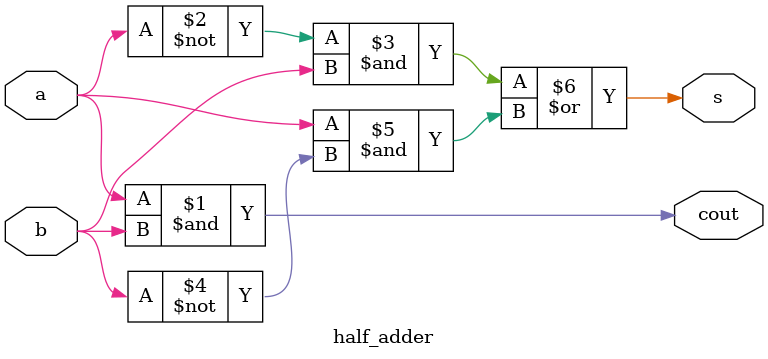
<source format=v>
module mul(
  input mul_clk,
  input resetn,
  input mul_signed,
  input [31:0] x,
  input [31:0] y,
  output [63:0] result
);
wire [32:0] x_33bits;
wire [32:0] y_33bits;
assign x_33bits = {x[31] & mul_signed, x};
assign y_33bits = {y[31] & mul_signed, y};

wire [65:0] x_66bits;
assign x_66bits = {{33{x_33bits[32]}}, x_33bits};

wire [65:0] p[16:0];
wire c[16:0];
booth booth_0(
  .x  (x_66bits     ),
  .y0 (1'b0         ),
  .y1 (1'b0         ),
  .y2 (y_33bits[0]  ),
  .p  (p[0]         ),
  .c  (c[0]         )
);
booth booth_1(
  .x  (x_66bits     ),
  .y0 (y_33bits[0]  ),
  .y1 (y_33bits[1]  ),
  .y2 (y_33bits[2]  ),
  .p  (p[1]         ),
  .c  (c[1]         )
);
booth booth_2(
  .x  (x_66bits     ),
  .y0 (y_33bits[2]  ),
  .y1 (y_33bits[3]  ),
  .y2 (y_33bits[4]  ),
  .p  (p[2]         ),
  .c  (c[2]         )
);
booth booth_3(
  .x  (x_66bits     ),
  .y0 (y_33bits[4]  ),
  .y1 (y_33bits[5]  ),
  .y2 (y_33bits[6]  ),
  .p  (p[3]         ),
  .c  (c[3]         )
);
booth booth_4(
  .x  (x_66bits     ),
  .y0 (y_33bits[6]  ),
  .y1 (y_33bits[7]  ),
  .y2 (y_33bits[8]  ),
  .p  (p[4]         ),
  .c  (c[4]         )
);
booth booth_5(
  .x  (x_66bits     ),
  .y0 (y_33bits[8]  ),
  .y1 (y_33bits[9]  ),
  .y2 (y_33bits[10] ),
  .p  (p[5]         ),
  .c  (c[5]         )
);
booth booth_6(
  .x  (x_66bits     ),
  .y0 (y_33bits[10] ),
  .y1 (y_33bits[11] ),
  .y2 (y_33bits[12] ),
  .p  (p[6]         ),
  .c  (c[6]         )
);
booth booth_7(
  .x  (x_66bits     ),
  .y0 (y_33bits[12] ),
  .y1 (y_33bits[13] ),
  .y2 (y_33bits[14] ),
  .p  (p[7]         ),
  .c  (c[7]         )
);
booth booth_8(
  .x  (x_66bits     ),
  .y0 (y_33bits[14] ),
  .y1 (y_33bits[15] ),
  .y2 (y_33bits[16] ),
  .p  (p[8]         ),
  .c  (c[8]         )
);
booth booth_9(
  .x  (x_66bits     ),
  .y0 (y_33bits[16] ),
  .y1 (y_33bits[17] ),
  .y2 (y_33bits[18] ),
  .p  (p[9]         ),
  .c  (c[9]         )
);
booth booth_10(
  .x  (x_66bits     ),
  .y0 (y_33bits[18] ),
  .y1 (y_33bits[19] ),
  .y2 (y_33bits[20] ),
  .p  (p[10]        ),
  .c  (c[10]        )
);
booth booth_11(
  .x  (x_66bits     ),
  .y0 (y_33bits[20] ),
  .y1 (y_33bits[21] ),
  .y2 (y_33bits[22] ),
  .p  (p[11]        ),
  .c  (c[11]        )
);
booth booth_12(
  .x  (x_66bits     ),
  .y0 (y_33bits[22] ),
  .y1 (y_33bits[23] ),
  .y2 (y_33bits[24] ),
  .p  (p[12]        ),
  .c  (c[12]        )
);
booth booth_13(
  .x  (x_66bits     ),
  .y0 (y_33bits[24] ),
  .y1 (y_33bits[25] ),
  .y2 (y_33bits[26] ),
  .p  (p[13]        ),
  .c  (c[13]        )
);
booth booth_14(
  .x  (x_66bits     ),
  .y0 (y_33bits[26] ),
  .y1 (y_33bits[27] ),
  .y2 (y_33bits[28] ),
  .p  (p[14]        ),
  .c  (c[14]        )
);
booth booth_15(
  .x  (x_66bits     ),
  .y0 (y_33bits[28] ),
  .y1 (y_33bits[29] ),
  .y2 (y_33bits[30] ),
  .p  (p[15]        ),
  .c  (c[15]        )
);
booth booth_16(
  .x  (x_66bits     ),
  .y0 (y_33bits[30] ),
  .y1 (y_33bits[31] ),
  .y2 (y_33bits[32] ),
  .p  (p[16]        ),
  .c  (c[16]        )
);

wire [65:0] p_shift[16:0];
wire [16:0] wallace_input[65:0];
assign p_shift[0] = {p[0][65], p[0][65:1]};
assign p_shift[1] = {p[1][64:0], c[1]};
assign p_shift[2] = {p[2][62:0], {3{c[2]}}};
assign p_shift[3] = {p[3][60:0], {5{c[3]}}};
assign p_shift[4] = {p[4][58:0], {7{c[4]}}};
assign p_shift[5] = {p[5][56:0], {9{c[5]}}};
assign p_shift[6] = {p[6][54:0], {11{c[6]}}};
assign p_shift[7] = {p[7][52:0], {13{c[7]}}};
assign p_shift[8] = {p[8][50:0], {15{c[8]}}};
assign p_shift[9] = {p[9][48:0], {17{c[9]}}};
assign p_shift[10] = {p[10][46:0], {19{c[10]}}};
assign p_shift[11] = {p[11][44:0], {21{c[11]}}};
assign p_shift[12] = {p[12][42:0], {23{c[12]}}};
assign p_shift[13] = {p[13][40:0], {25{c[13]}}};
assign p_shift[14] = {p[14][38:0], {27{c[14]}}};
assign p_shift[15] = {p[15][36:0], {29{c[15]}}};
assign p_shift[16] = {p[16][34:0], {31{c[16]}}};
assign wallace_input[0] = {p_shift[0][0], p_shift[1][0], p_shift[2][0],
                           p_shift[3][0], p_shift[4][0], p_shift[5][0],
                           p_shift[6][0], p_shift[7][0], p_shift[8][0],
                           p_shift[9][0], p_shift[10][0], p_shift[11][0],
                           p_shift[12][0], p_shift[13][0], p_shift[14][0],
                           p_shift[15][0], p_shift[16][0]};
assign wallace_input[1] = {p_shift[0][1], p_shift[1][1], p_shift[2][1],
                           p_shift[3][1], p_shift[4][1], p_shift[5][1],
                           p_shift[6][1], p_shift[7][1], p_shift[8][1],
                           p_shift[9][1], p_shift[10][1], p_shift[11][1],
                           p_shift[12][1], p_shift[13][1], p_shift[14][1],
                           p_shift[15][1], p_shift[16][1]};
assign wallace_input[2] = {p_shift[0][2], p_shift[1][2], p_shift[2][2],
                           p_shift[3][2], p_shift[4][2], p_shift[5][2],
                           p_shift[6][2], p_shift[7][2], p_shift[8][2],
                           p_shift[9][2], p_shift[10][2], p_shift[11][2],
                           p_shift[12][2], p_shift[13][2], p_shift[14][2],
                           p_shift[15][2], p_shift[16][2]};
assign wallace_input[3] = {p_shift[0][3], p_shift[1][3], p_shift[2][3],
                           p_shift[3][3], p_shift[4][3], p_shift[5][3],
                           p_shift[6][3], p_shift[7][3], p_shift[8][3],
                           p_shift[9][3], p_shift[10][3], p_shift[11][3],
                           p_shift[12][3], p_shift[13][3], p_shift[14][3],
                           p_shift[15][3], p_shift[16][3]};
assign wallace_input[4] = {p_shift[0][4], p_shift[1][4], p_shift[2][4],
                           p_shift[3][4], p_shift[4][4], p_shift[5][4],
                           p_shift[6][4], p_shift[7][4], p_shift[8][4],
                           p_shift[9][4], p_shift[10][4], p_shift[11][4],
                           p_shift[12][4], p_shift[13][4], p_shift[14][4],
                           p_shift[15][4], p_shift[16][4]};
assign wallace_input[5] = {p_shift[0][5], p_shift[1][5], p_shift[2][5],
                           p_shift[3][5], p_shift[4][5], p_shift[5][5],
                           p_shift[6][5], p_shift[7][5], p_shift[8][5],
                           p_shift[9][5], p_shift[10][5], p_shift[11][5],
                           p_shift[12][5], p_shift[13][5], p_shift[14][5],
                           p_shift[15][5], p_shift[16][5]};
assign wallace_input[6] = {p_shift[0][6], p_shift[1][6], p_shift[2][6],
                           p_shift[3][6], p_shift[4][6], p_shift[5][6],
                           p_shift[6][6], p_shift[7][6], p_shift[8][6],
                           p_shift[9][6], p_shift[10][6], p_shift[11][6],
                           p_shift[12][6], p_shift[13][6], p_shift[14][6],
                           p_shift[15][6], p_shift[16][6]};
assign wallace_input[7] = {p_shift[0][7], p_shift[1][7], p_shift[2][7],
                           p_shift[3][7], p_shift[4][7], p_shift[5][7],
                           p_shift[6][7], p_shift[7][7], p_shift[8][7],
                           p_shift[9][7], p_shift[10][7], p_shift[11][7],
                           p_shift[12][7], p_shift[13][7], p_shift[14][7],
                           p_shift[15][7], p_shift[16][7]};
assign wallace_input[8] = {p_shift[0][8], p_shift[1][8], p_shift[2][8],
                           p_shift[3][8], p_shift[4][8], p_shift[5][8],
                           p_shift[6][8], p_shift[7][8], p_shift[8][8],
                           p_shift[9][8], p_shift[10][8], p_shift[11][8],
                           p_shift[12][8], p_shift[13][8], p_shift[14][8],
                           p_shift[15][8], p_shift[16][8]};
assign wallace_input[9] = {p_shift[0][9], p_shift[1][9], p_shift[2][9],
                           p_shift[3][9], p_shift[4][9], p_shift[5][9],
                           p_shift[6][9], p_shift[7][9], p_shift[8][9],
                           p_shift[9][9], p_shift[10][9], p_shift[11][9],
                           p_shift[12][9], p_shift[13][9], p_shift[14][9],
                           p_shift[15][9], p_shift[16][9]};
assign wallace_input[10] = {p_shift[0][10], p_shift[1][10], p_shift[2][10],
                            p_shift[3][10], p_shift[4][10], p_shift[5][10],
                            p_shift[6][10], p_shift[7][10], p_shift[8][10],
                            p_shift[9][10], p_shift[10][10], p_shift[11][10],
                            p_shift[12][10], p_shift[13][10], p_shift[14][10],
                            p_shift[15][10], p_shift[16][10]};
assign wallace_input[11] = {p_shift[0][11], p_shift[1][11], p_shift[2][11],
                            p_shift[3][11], p_shift[4][11], p_shift[5][11],
                            p_shift[6][11], p_shift[7][11], p_shift[8][11],
                            p_shift[9][11], p_shift[10][11], p_shift[11][11],
                            p_shift[12][11], p_shift[13][11], p_shift[14][11],
                            p_shift[15][11], p_shift[16][11]};
assign wallace_input[12] = {p_shift[0][12], p_shift[1][12], p_shift[2][12],
                            p_shift[3][12], p_shift[4][12], p_shift[5][12],
                            p_shift[6][12], p_shift[7][12], p_shift[8][12],
                            p_shift[9][12], p_shift[10][12], p_shift[11][12],
                            p_shift[12][12], p_shift[13][12], p_shift[14][12],
                            p_shift[15][12], p_shift[16][12]};
assign wallace_input[13] = {p_shift[0][13], p_shift[1][13], p_shift[2][13],
                            p_shift[3][13], p_shift[4][13], p_shift[5][13],
                            p_shift[6][13], p_shift[7][13], p_shift[8][13],
                            p_shift[9][13], p_shift[10][13], p_shift[11][13],
                            p_shift[12][13], p_shift[13][13], p_shift[14][13],
                            p_shift[15][13], p_shift[16][13]};
assign wallace_input[14] = {p_shift[0][14], p_shift[1][14], p_shift[2][14],
                            p_shift[3][14], p_shift[4][14], p_shift[5][14],
                            p_shift[6][14], p_shift[7][14], p_shift[8][14],
                            p_shift[9][14], p_shift[10][14], p_shift[11][14],
                            p_shift[12][14], p_shift[13][14], p_shift[14][14],
                            p_shift[15][14], p_shift[16][14]};
assign wallace_input[15] = {p_shift[0][15], p_shift[1][15], p_shift[2][15],
                            p_shift[3][15], p_shift[4][15], p_shift[5][15],
                            p_shift[6][15], p_shift[7][15], p_shift[8][15],
                            p_shift[9][15], p_shift[10][15], p_shift[11][15],
                            p_shift[12][15], p_shift[13][15], p_shift[14][15],
                            p_shift[15][15], p_shift[16][15]};
assign wallace_input[16] = {p_shift[0][16], p_shift[1][16], p_shift[2][16],
                            p_shift[3][16], p_shift[4][16], p_shift[5][16],
                            p_shift[6][16], p_shift[7][16], p_shift[8][16],
                            p_shift[9][16], p_shift[10][16], p_shift[11][16],
                            p_shift[12][16], p_shift[13][16], p_shift[14][16],
                            p_shift[15][16], p_shift[16][16]};
assign wallace_input[17] = {p_shift[0][17], p_shift[1][17], p_shift[2][17],
                            p_shift[3][17], p_shift[4][17], p_shift[5][17],
                            p_shift[6][17], p_shift[7][17], p_shift[8][17],
                            p_shift[9][17], p_shift[10][17], p_shift[11][17],
                            p_shift[12][17], p_shift[13][17], p_shift[14][17],
                            p_shift[15][17], p_shift[16][17]};
assign wallace_input[18] = {p_shift[0][18], p_shift[1][18], p_shift[2][18],
                            p_shift[3][18], p_shift[4][18], p_shift[5][18],
                            p_shift[6][18], p_shift[7][18], p_shift[8][18],
                            p_shift[9][18], p_shift[10][18], p_shift[11][18],
                            p_shift[12][18], p_shift[13][18], p_shift[14][18],
                            p_shift[15][18], p_shift[16][18]};
assign wallace_input[19] = {p_shift[0][19], p_shift[1][19], p_shift[2][19],
                            p_shift[3][19], p_shift[4][19], p_shift[5][19],
                            p_shift[6][19], p_shift[7][19], p_shift[8][19],
                            p_shift[9][19], p_shift[10][19], p_shift[11][19],
                            p_shift[12][19], p_shift[13][19], p_shift[14][19],
                            p_shift[15][19], p_shift[16][19]};
assign wallace_input[20] = {p_shift[0][20], p_shift[1][20], p_shift[2][20],
                            p_shift[3][20], p_shift[4][20], p_shift[5][20],
                            p_shift[6][20], p_shift[7][20], p_shift[8][20],
                            p_shift[9][20], p_shift[10][20], p_shift[11][20],
                            p_shift[12][20], p_shift[13][20], p_shift[14][20],
                            p_shift[15][20], p_shift[16][20]};
assign wallace_input[21] = {p_shift[0][21], p_shift[1][21], p_shift[2][21],
                            p_shift[3][21], p_shift[4][21], p_shift[5][21],
                            p_shift[6][21], p_shift[7][21], p_shift[8][21],
                            p_shift[9][21], p_shift[10][21], p_shift[11][21],
                            p_shift[12][21], p_shift[13][21], p_shift[14][21],
                            p_shift[15][21], p_shift[16][21]};
assign wallace_input[22] = {p_shift[0][22], p_shift[1][22], p_shift[2][22],
                            p_shift[3][22], p_shift[4][22], p_shift[5][22],
                            p_shift[6][22], p_shift[7][22], p_shift[8][22],
                            p_shift[9][22], p_shift[10][22], p_shift[11][22],
                            p_shift[12][22], p_shift[13][22], p_shift[14][22],
                            p_shift[15][22], p_shift[16][22]};
assign wallace_input[23] = {p_shift[0][23], p_shift[1][23], p_shift[2][23],
                            p_shift[3][23], p_shift[4][23], p_shift[5][23],
                            p_shift[6][23], p_shift[7][23], p_shift[8][23],
                            p_shift[9][23], p_shift[10][23], p_shift[11][23],
                            p_shift[12][23], p_shift[13][23], p_shift[14][23],
                            p_shift[15][23], p_shift[16][23]};
assign wallace_input[24] = {p_shift[0][24], p_shift[1][24], p_shift[2][24],
                            p_shift[3][24], p_shift[4][24], p_shift[5][24],
                            p_shift[6][24], p_shift[7][24], p_shift[8][24],
                            p_shift[9][24], p_shift[10][24], p_shift[11][24],
                            p_shift[12][24], p_shift[13][24], p_shift[14][24],
                            p_shift[15][24], p_shift[16][24]};
assign wallace_input[25] = {p_shift[0][25], p_shift[1][25], p_shift[2][25],
                            p_shift[3][25], p_shift[4][25], p_shift[5][25],
                            p_shift[6][25], p_shift[7][25], p_shift[8][25],
                            p_shift[9][25], p_shift[10][25], p_shift[11][25],
                            p_shift[12][25], p_shift[13][25], p_shift[14][25],
                            p_shift[15][25], p_shift[16][25]};
assign wallace_input[26] = {p_shift[0][26], p_shift[1][26], p_shift[2][26],
                            p_shift[3][26], p_shift[4][26], p_shift[5][26],
                            p_shift[6][26], p_shift[7][26], p_shift[8][26],
                            p_shift[9][26], p_shift[10][26], p_shift[11][26],
                            p_shift[12][26], p_shift[13][26], p_shift[14][26],
                            p_shift[15][26], p_shift[16][26]};
assign wallace_input[27] = {p_shift[0][27], p_shift[1][27], p_shift[2][27],
                            p_shift[3][27], p_shift[4][27], p_shift[5][27],
                            p_shift[6][27], p_shift[7][27], p_shift[8][27],
                            p_shift[9][27], p_shift[10][27], p_shift[11][27],
                            p_shift[12][27], p_shift[13][27], p_shift[14][27],
                            p_shift[15][27], p_shift[16][27]};
assign wallace_input[28] = {p_shift[0][28], p_shift[1][28], p_shift[2][28],
                            p_shift[3][28], p_shift[4][28], p_shift[5][28],
                            p_shift[6][28], p_shift[7][28], p_shift[8][28],
                            p_shift[9][28], p_shift[10][28], p_shift[11][28],
                            p_shift[12][28], p_shift[13][28], p_shift[14][28],
                            p_shift[15][28], p_shift[16][28]};
assign wallace_input[29] = {p_shift[0][29], p_shift[1][29], p_shift[2][29],
                            p_shift[3][29], p_shift[4][29], p_shift[5][29],
                            p_shift[6][29], p_shift[7][29], p_shift[8][29],
                            p_shift[9][29], p_shift[10][29], p_shift[11][29],
                            p_shift[12][29], p_shift[13][29], p_shift[14][29],
                            p_shift[15][29], p_shift[16][29]};
assign wallace_input[30] = {p_shift[0][30], p_shift[1][30], p_shift[2][30],
                            p_shift[3][30], p_shift[4][30], p_shift[5][30],
                            p_shift[6][30], p_shift[7][30], p_shift[8][30],
                            p_shift[9][30], p_shift[10][30], p_shift[11][30],
                            p_shift[12][30], p_shift[13][30], p_shift[14][30],
                            p_shift[15][30], p_shift[16][30]};
assign wallace_input[31] = {p_shift[0][31], p_shift[1][31], p_shift[2][31],
                            p_shift[3][31], p_shift[4][31], p_shift[5][31],
                            p_shift[6][31], p_shift[7][31], p_shift[8][31],
                            p_shift[9][31], p_shift[10][31], p_shift[11][31],
                            p_shift[12][31], p_shift[13][31], p_shift[14][31],
                            p_shift[15][31], p_shift[16][31]};
assign wallace_input[32] = {p_shift[0][32], p_shift[1][32], p_shift[2][32],
                            p_shift[3][32], p_shift[4][32], p_shift[5][32],
                            p_shift[6][32], p_shift[7][32], p_shift[8][32],
                            p_shift[9][32], p_shift[10][32], p_shift[11][32],
                            p_shift[12][32], p_shift[13][32], p_shift[14][32],
                            p_shift[15][32], p_shift[16][32]};
assign wallace_input[33] = {p_shift[0][33], p_shift[1][33], p_shift[2][33],
                            p_shift[3][33], p_shift[4][33], p_shift[5][33],
                            p_shift[6][33], p_shift[7][33], p_shift[8][33],
                            p_shift[9][33], p_shift[10][33], p_shift[11][33],
                            p_shift[12][33], p_shift[13][33], p_shift[14][33],
                            p_shift[15][33], p_shift[16][33]};
assign wallace_input[34] = {p_shift[0][34], p_shift[1][34], p_shift[2][34],
                            p_shift[3][34], p_shift[4][34], p_shift[5][34],
                            p_shift[6][34], p_shift[7][34], p_shift[8][34],
                            p_shift[9][34], p_shift[10][34], p_shift[11][34],
                            p_shift[12][34], p_shift[13][34], p_shift[14][34],
                            p_shift[15][34], p_shift[16][34]};
assign wallace_input[35] = {p_shift[0][35], p_shift[1][35], p_shift[2][35],
                            p_shift[3][35], p_shift[4][35], p_shift[5][35],
                            p_shift[6][35], p_shift[7][35], p_shift[8][35],
                            p_shift[9][35], p_shift[10][35], p_shift[11][35],
                            p_shift[12][35], p_shift[13][35], p_shift[14][35],
                            p_shift[15][35], p_shift[16][35]};
assign wallace_input[36] = {p_shift[0][36], p_shift[1][36], p_shift[2][36],
                            p_shift[3][36], p_shift[4][36], p_shift[5][36],
                            p_shift[6][36], p_shift[7][36], p_shift[8][36],
                            p_shift[9][36], p_shift[10][36], p_shift[11][36],
                            p_shift[12][36], p_shift[13][36], p_shift[14][36],
                            p_shift[15][36], p_shift[16][36]};
assign wallace_input[37] = {p_shift[0][37], p_shift[1][37], p_shift[2][37],
                            p_shift[3][37], p_shift[4][37], p_shift[5][37],
                            p_shift[6][37], p_shift[7][37], p_shift[8][37],
                            p_shift[9][37], p_shift[10][37], p_shift[11][37],
                            p_shift[12][37], p_shift[13][37], p_shift[14][37],
                            p_shift[15][37], p_shift[16][37]};
assign wallace_input[38] = {p_shift[0][38], p_shift[1][38], p_shift[2][38],
                            p_shift[3][38], p_shift[4][38], p_shift[5][38],
                            p_shift[6][38], p_shift[7][38], p_shift[8][38],
                            p_shift[9][38], p_shift[10][38], p_shift[11][38],
                            p_shift[12][38], p_shift[13][38], p_shift[14][38],
                            p_shift[15][38], p_shift[16][38]};
assign wallace_input[39] = {p_shift[0][39], p_shift[1][39], p_shift[2][39],
                            p_shift[3][39], p_shift[4][39], p_shift[5][39],
                            p_shift[6][39], p_shift[7][39], p_shift[8][39],
                            p_shift[9][39], p_shift[10][39], p_shift[11][39],
                            p_shift[12][39], p_shift[13][39], p_shift[14][39],
                            p_shift[15][39], p_shift[16][39]};
assign wallace_input[40] = {p_shift[0][40], p_shift[1][40], p_shift[2][40],
                            p_shift[3][40], p_shift[4][40], p_shift[5][40],
                            p_shift[6][40], p_shift[7][40], p_shift[8][40],
                            p_shift[9][40], p_shift[10][40], p_shift[11][40],
                            p_shift[12][40], p_shift[13][40], p_shift[14][40],
                            p_shift[15][40], p_shift[16][40]};
assign wallace_input[41] = {p_shift[0][41], p_shift[1][41], p_shift[2][41],
                            p_shift[3][41], p_shift[4][41], p_shift[5][41],
                            p_shift[6][41], p_shift[7][41], p_shift[8][41],
                            p_shift[9][41], p_shift[10][41], p_shift[11][41],
                            p_shift[12][41], p_shift[13][41], p_shift[14][41],
                            p_shift[15][41], p_shift[16][41]};
assign wallace_input[42] = {p_shift[0][42], p_shift[1][42], p_shift[2][42],
                            p_shift[3][42], p_shift[4][42], p_shift[5][42],
                            p_shift[6][42], p_shift[7][42], p_shift[8][42],
                            p_shift[9][42], p_shift[10][42], p_shift[11][42],
                            p_shift[12][42], p_shift[13][42], p_shift[14][42],
                            p_shift[15][42], p_shift[16][42]};
assign wallace_input[43] = {p_shift[0][43], p_shift[1][43], p_shift[2][43],
                            p_shift[3][43], p_shift[4][43], p_shift[5][43],
                            p_shift[6][43], p_shift[7][43], p_shift[8][43],
                            p_shift[9][43], p_shift[10][43], p_shift[11][43],
                            p_shift[12][43], p_shift[13][43], p_shift[14][43],
                            p_shift[15][43], p_shift[16][43]};
assign wallace_input[44] = {p_shift[0][44], p_shift[1][44], p_shift[2][44],
                            p_shift[3][44], p_shift[4][44], p_shift[5][44],
                            p_shift[6][44], p_shift[7][44], p_shift[8][44],
                            p_shift[9][44], p_shift[10][44], p_shift[11][44],
                            p_shift[12][44], p_shift[13][44], p_shift[14][44],
                            p_shift[15][44], p_shift[16][44]};
assign wallace_input[45] = {p_shift[0][45], p_shift[1][45], p_shift[2][45],
                            p_shift[3][45], p_shift[4][45], p_shift[5][45],
                            p_shift[6][45], p_shift[7][45], p_shift[8][45],
                            p_shift[9][45], p_shift[10][45], p_shift[11][45],
                            p_shift[12][45], p_shift[13][45], p_shift[14][45],
                            p_shift[15][45], p_shift[16][45]};
assign wallace_input[46] = {p_shift[0][46], p_shift[1][46], p_shift[2][46],
                            p_shift[3][46], p_shift[4][46], p_shift[5][46],
                            p_shift[6][46], p_shift[7][46], p_shift[8][46],
                            p_shift[9][46], p_shift[10][46], p_shift[11][46],
                            p_shift[12][46], p_shift[13][46], p_shift[14][46],
                            p_shift[15][46], p_shift[16][46]};
assign wallace_input[47] = {p_shift[0][47], p_shift[1][47], p_shift[2][47],
                            p_shift[3][47], p_shift[4][47], p_shift[5][47],
                            p_shift[6][47], p_shift[7][47], p_shift[8][47],
                            p_shift[9][47], p_shift[10][47], p_shift[11][47],
                            p_shift[12][47], p_shift[13][47], p_shift[14][47],
                            p_shift[15][47], p_shift[16][47]};
assign wallace_input[48] = {p_shift[0][48], p_shift[1][48], p_shift[2][48],
                            p_shift[3][48], p_shift[4][48], p_shift[5][48],
                            p_shift[6][48], p_shift[7][48], p_shift[8][48],
                            p_shift[9][48], p_shift[10][48], p_shift[11][48],
                            p_shift[12][48], p_shift[13][48], p_shift[14][48],
                            p_shift[15][48], p_shift[16][48]};
assign wallace_input[49] = {p_shift[0][49], p_shift[1][49], p_shift[2][49],
                            p_shift[3][49], p_shift[4][49], p_shift[5][49],
                            p_shift[6][49], p_shift[7][49], p_shift[8][49],
                            p_shift[9][49], p_shift[10][49], p_shift[11][49],
                            p_shift[12][49], p_shift[13][49], p_shift[14][49],
                            p_shift[15][49], p_shift[16][49]};
assign wallace_input[50] = {p_shift[0][50], p_shift[1][50], p_shift[2][50],
                            p_shift[3][50], p_shift[4][50], p_shift[5][50],
                            p_shift[6][50], p_shift[7][50], p_shift[8][50],
                            p_shift[9][50], p_shift[10][50], p_shift[11][50],
                            p_shift[12][50], p_shift[13][50], p_shift[14][50],
                            p_shift[15][50], p_shift[16][50]};
assign wallace_input[51] = {p_shift[0][51], p_shift[1][51], p_shift[2][51],
                            p_shift[3][51], p_shift[4][51], p_shift[5][51],
                            p_shift[6][51], p_shift[7][51], p_shift[8][51],
                            p_shift[9][51], p_shift[10][51], p_shift[11][51],
                            p_shift[12][51], p_shift[13][51], p_shift[14][51],
                            p_shift[15][51], p_shift[16][51]};
assign wallace_input[52] = {p_shift[0][52], p_shift[1][52], p_shift[2][52],
                            p_shift[3][52], p_shift[4][52], p_shift[5][52],
                            p_shift[6][52], p_shift[7][52], p_shift[8][52],
                            p_shift[9][52], p_shift[10][52], p_shift[11][52],
                            p_shift[12][52], p_shift[13][52], p_shift[14][52],
                            p_shift[15][52], p_shift[16][52]};
assign wallace_input[53] = {p_shift[0][53], p_shift[1][53], p_shift[2][53],
                            p_shift[3][53], p_shift[4][53], p_shift[5][53],
                            p_shift[6][53], p_shift[7][53], p_shift[8][53],
                            p_shift[9][53], p_shift[10][53], p_shift[11][53],
                            p_shift[12][53], p_shift[13][53], p_shift[14][53],
                            p_shift[15][53], p_shift[16][53]};
assign wallace_input[54] = {p_shift[0][54], p_shift[1][54], p_shift[2][54],
                            p_shift[3][54], p_shift[4][54], p_shift[5][54],
                            p_shift[6][54], p_shift[7][54], p_shift[8][54],
                            p_shift[9][54], p_shift[10][54], p_shift[11][54],
                            p_shift[12][54], p_shift[13][54], p_shift[14][54],
                            p_shift[15][54], p_shift[16][54]};
assign wallace_input[55] = {p_shift[0][55], p_shift[1][55], p_shift[2][55],
                            p_shift[3][55], p_shift[4][55], p_shift[5][55],
                            p_shift[6][55], p_shift[7][55], p_shift[8][55],
                            p_shift[9][55], p_shift[10][55], p_shift[11][55],
                            p_shift[12][55], p_shift[13][55], p_shift[14][55],
                            p_shift[15][55], p_shift[16][55]};
assign wallace_input[56] = {p_shift[0][56], p_shift[1][56], p_shift[2][56],
                            p_shift[3][56], p_shift[4][56], p_shift[5][56],
                            p_shift[6][56], p_shift[7][56], p_shift[8][56],
                            p_shift[9][56], p_shift[10][56], p_shift[11][56],
                            p_shift[12][56], p_shift[13][56], p_shift[14][56],
                            p_shift[15][56], p_shift[16][56]};
assign wallace_input[57] = {p_shift[0][57], p_shift[1][57], p_shift[2][57],
                            p_shift[3][57], p_shift[4][57], p_shift[5][57],
                            p_shift[6][57], p_shift[7][57], p_shift[8][57],
                            p_shift[9][57], p_shift[10][57], p_shift[11][57],
                            p_shift[12][57], p_shift[13][57], p_shift[14][57],
                            p_shift[15][57], p_shift[16][57]};
assign wallace_input[58] = {p_shift[0][58], p_shift[1][58], p_shift[2][58],
                            p_shift[3][58], p_shift[4][58], p_shift[5][58],
                            p_shift[6][58], p_shift[7][58], p_shift[8][58],
                            p_shift[9][58], p_shift[10][58], p_shift[11][58],
                            p_shift[12][58], p_shift[13][58], p_shift[14][58],
                            p_shift[15][58], p_shift[16][58]};
assign wallace_input[59] = {p_shift[0][59], p_shift[1][59], p_shift[2][59],
                            p_shift[3][59], p_shift[4][59], p_shift[5][59],
                            p_shift[6][59], p_shift[7][59], p_shift[8][59],
                            p_shift[9][59], p_shift[10][59], p_shift[11][59],
                            p_shift[12][59], p_shift[13][59], p_shift[14][59],
                            p_shift[15][59], p_shift[16][59]};
assign wallace_input[60] = {p_shift[0][60], p_shift[1][60], p_shift[2][60],
                            p_shift[3][60], p_shift[4][60], p_shift[5][60],
                            p_shift[6][60], p_shift[7][60], p_shift[8][60],
                            p_shift[9][60], p_shift[10][60], p_shift[11][60],
                            p_shift[12][60], p_shift[13][60], p_shift[14][60],
                            p_shift[15][60], p_shift[16][60]};
assign wallace_input[61] = {p_shift[0][61], p_shift[1][61], p_shift[2][61],
                            p_shift[3][61], p_shift[4][61], p_shift[5][61],
                            p_shift[6][61], p_shift[7][61], p_shift[8][61],
                            p_shift[9][61], p_shift[10][61], p_shift[11][61],
                            p_shift[12][61], p_shift[13][61], p_shift[14][61],
                            p_shift[15][61], p_shift[16][61]};
assign wallace_input[62] = {p_shift[0][62], p_shift[1][62], p_shift[2][62],
                            p_shift[3][62], p_shift[4][62], p_shift[5][62],
                            p_shift[6][62], p_shift[7][62], p_shift[8][62],
                            p_shift[9][62], p_shift[10][62], p_shift[11][62],
                            p_shift[12][62], p_shift[13][62], p_shift[14][62],
                            p_shift[15][62], p_shift[16][62]};
assign wallace_input[63] = {p_shift[0][63], p_shift[1][63], p_shift[2][63],
                            p_shift[3][63], p_shift[4][63], p_shift[5][63],
                            p_shift[6][63], p_shift[7][63], p_shift[8][63],
                            p_shift[9][63], p_shift[10][63], p_shift[11][63],
                            p_shift[12][63], p_shift[13][63], p_shift[14][63],
                            p_shift[15][63], p_shift[16][63]};
assign wallace_input[64] = {p_shift[0][64], p_shift[1][64], p_shift[2][64],
                            p_shift[3][64], p_shift[4][64], p_shift[5][64],
                            p_shift[6][64], p_shift[7][64], p_shift[8][64],
                            p_shift[9][64], p_shift[10][64], p_shift[11][64],
                            p_shift[12][64], p_shift[13][64], p_shift[14][64],
                            p_shift[15][64], p_shift[16][64]};
assign wallace_input[65] = {p_shift[0][65], p_shift[1][65], p_shift[2][65],
                            p_shift[3][65], p_shift[4][65], p_shift[5][65],
                            p_shift[6][65], p_shift[7][65], p_shift[8][65],
                            p_shift[9][65], p_shift[10][65], p_shift[11][65],
                            p_shift[12][65], p_shift[13][65], p_shift[14][65],
                            p_shift[15][65], p_shift[16][65]};

wire wallace_c[64:0];
wire wallace_s[65:0];
wire [14:0] wallace_cout[64:0];
wallace_tree wallace_tree_0(
	.wallace_input	(wallace_input[0]	),
	.cin_0			(c[0]				),
	.cin_1			(c[1]				),
	.cin_2			(c[2]				),
	.cin_3			(c[3]				),
	.cin_4			(c[4]				),
	.cin_5			(c[5]				),
	.cin_6			(c[6]				),
	.cin_7			(c[7]				),
	.cin_8			(c[8]				),
	.cin_9			(c[9]				),
	.cin_10			(c[10]				),
	.cin_11			(c[11]				),
	.cin_12			(c[12]				),
	.cin_13			(c[13]				),
	.cin_14			(c[14]				),
	.cout_0			(wallace_cout[0][0]	),
	.cout_1			(wallace_cout[0][1]	),
	.cout_2			(wallace_cout[0][2]	),
	.cout_3			(wallace_cout[0][3]	),
	.cout_4			(wallace_cout[0][4]	),
	.cout_5			(wallace_cout[0][5]	),
	.cout_6			(wallace_cout[0][6]	),
	.cout_7			(wallace_cout[0][7]	),
	.cout_8			(wallace_cout[0][8]	),
	.cout_9			(wallace_cout[0][9]	),
	.cout_10		(wallace_cout[0][10]),
	.cout_11		(wallace_cout[0][11]),
	.cout_12		(wallace_cout[0][12]),
	.cout_13		(wallace_cout[0][13]),
	.cout_14		(wallace_cout[0][14]),
	.wallace_c		(wallace_c[0]		),
	.wallace_s		(wallace_s[0]		)
);
wallace_tree wallace_tree_1(
	.wallace_input	(wallace_input[1]	),
	.cin_0			(wallace_cout[0][0] ),
	.cin_1			(wallace_cout[0][1] ),
	.cin_2			(wallace_cout[0][2] ),
	.cin_3			(wallace_cout[0][3] ),
	.cin_4			(wallace_cout[0][4] ),
	.cin_5			(wallace_cout[0][5] ),
	.cin_6			(wallace_cout[0][6] ),
	.cin_7			(wallace_cout[0][7] ),
	.cin_8			(wallace_cout[0][8] ),
	.cin_9			(wallace_cout[0][9] ),
	.cin_10			(wallace_cout[0][10]),
	.cin_11			(wallace_cout[0][11]),
	.cin_12			(wallace_cout[0][12]),
	.cin_13			(wallace_cout[0][13]),
	.cin_14			(wallace_cout[0][14]),
	.cout_0			(wallace_cout[1][0] ),
	.cout_1			(wallace_cout[1][1] ),
	.cout_2			(wallace_cout[1][2] ),
	.cout_3			(wallace_cout[1][3] ),
	.cout_4			(wallace_cout[1][4] ),
	.cout_5			(wallace_cout[1][5] ),
	.cout_6			(wallace_cout[1][6] ),
	.cout_7			(wallace_cout[1][7] ),
	.cout_8			(wallace_cout[1][8] ),
	.cout_9			(wallace_cout[1][9] ),
	.cout_10		(wallace_cout[1][10]),
	.cout_11		(wallace_cout[1][11]),
	.cout_12		(wallace_cout[1][12]),
	.cout_13		(wallace_cout[1][13]),
	.cout_14		(wallace_cout[1][14]),
	.wallace_c		(wallace_c[1]		),
	.wallace_s		(wallace_s[1]		)
);
wallace_tree wallace_tree_2(
	.wallace_input	(wallace_input[2]	),
	.cin_0			(wallace_cout[1][0] ),
	.cin_1			(wallace_cout[1][1] ),
	.cin_2			(wallace_cout[1][2] ),
	.cin_3			(wallace_cout[1][3] ),
	.cin_4			(wallace_cout[1][4] ),
	.cin_5			(wallace_cout[1][5] ),
	.cin_6			(wallace_cout[1][6] ),
	.cin_7			(wallace_cout[1][7] ),
	.cin_8			(wallace_cout[1][8] ),
	.cin_9			(wallace_cout[1][9] ),
	.cin_10			(wallace_cout[1][10]),
	.cin_11			(wallace_cout[1][11]),
	.cin_12			(wallace_cout[1][12]),
	.cin_13			(wallace_cout[1][13]),
	.cin_14			(wallace_cout[1][14]),
	.cout_0			(wallace_cout[2][0] ),
	.cout_1			(wallace_cout[2][1] ),
	.cout_2			(wallace_cout[2][2] ),
	.cout_3			(wallace_cout[2][3] ),
	.cout_4			(wallace_cout[2][4] ),
	.cout_5			(wallace_cout[2][5] ),
	.cout_6			(wallace_cout[2][6] ),
	.cout_7			(wallace_cout[2][7] ),
	.cout_8			(wallace_cout[2][8] ),
	.cout_9			(wallace_cout[2][9] ),
	.cout_10		(wallace_cout[2][10]),
	.cout_11		(wallace_cout[2][11]),
	.cout_12		(wallace_cout[2][12]),
	.cout_13		(wallace_cout[2][13]),
	.cout_14		(wallace_cout[2][14]),
	.wallace_c		(wallace_c[2]		),
	.wallace_s		(wallace_s[2]		)
);
wallace_tree wallace_tree_3(
	.wallace_input	(wallace_input[3]	),
	.cin_0			(wallace_cout[2][0] ),
	.cin_1			(wallace_cout[2][1] ),
	.cin_2			(wallace_cout[2][2] ),
	.cin_3			(wallace_cout[2][3] ),
	.cin_4			(wallace_cout[2][4] ),
	.cin_5			(wallace_cout[2][5] ),
	.cin_6			(wallace_cout[2][6] ),
	.cin_7			(wallace_cout[2][7] ),
	.cin_8			(wallace_cout[2][8] ),
	.cin_9			(wallace_cout[2][9] ),
	.cin_10			(wallace_cout[2][10]),
	.cin_11			(wallace_cout[2][11]),
	.cin_12			(wallace_cout[2][12]),
	.cin_13			(wallace_cout[2][13]),
	.cin_14			(wallace_cout[2][14]),
	.cout_0			(wallace_cout[3][0] ),
	.cout_1			(wallace_cout[3][1] ),
	.cout_2			(wallace_cout[3][2] ),
	.cout_3			(wallace_cout[3][3] ),
	.cout_4			(wallace_cout[3][4] ),
	.cout_5			(wallace_cout[3][5] ),
	.cout_6			(wallace_cout[3][6] ),
	.cout_7			(wallace_cout[3][7] ),
	.cout_8			(wallace_cout[3][8] ),
	.cout_9			(wallace_cout[3][9] ),
	.cout_10		(wallace_cout[3][10]),
	.cout_11		(wallace_cout[3][11]),
	.cout_12		(wallace_cout[3][12]),
	.cout_13		(wallace_cout[3][13]),
	.cout_14		(wallace_cout[3][14]),
	.wallace_c		(wallace_c[3]		),
	.wallace_s		(wallace_s[3]		)
);
wallace_tree wallace_tree_4(
	.wallace_input	(wallace_input[4]	),
	.cin_0			(wallace_cout[3][0] ),
	.cin_1			(wallace_cout[3][1] ),
	.cin_2			(wallace_cout[3][2] ),
	.cin_3			(wallace_cout[3][3] ),
	.cin_4			(wallace_cout[3][4] ),
	.cin_5			(wallace_cout[3][5] ),
	.cin_6			(wallace_cout[3][6] ),
	.cin_7			(wallace_cout[3][7] ),
	.cin_8			(wallace_cout[3][8] ),
	.cin_9			(wallace_cout[3][9] ),
	.cin_10			(wallace_cout[3][10]),
	.cin_11			(wallace_cout[3][11]),
	.cin_12			(wallace_cout[3][12]),
	.cin_13			(wallace_cout[3][13]),
	.cin_14			(wallace_cout[3][14]),
	.cout_0			(wallace_cout[4][0] ),
	.cout_1			(wallace_cout[4][1] ),
	.cout_2			(wallace_cout[4][2] ),
	.cout_3			(wallace_cout[4][3] ),
	.cout_4			(wallace_cout[4][4] ),
	.cout_5			(wallace_cout[4][5] ),
	.cout_6			(wallace_cout[4][6] ),
	.cout_7			(wallace_cout[4][7] ),
	.cout_8			(wallace_cout[4][8] ),
	.cout_9			(wallace_cout[4][9] ),
	.cout_10		(wallace_cout[4][10]),
	.cout_11		(wallace_cout[4][11]),
	.cout_12		(wallace_cout[4][12]),
	.cout_13		(wallace_cout[4][13]),
	.cout_14		(wallace_cout[4][14]),
	.wallace_c		(wallace_c[4]		),
	.wallace_s		(wallace_s[4]		)
);
wallace_tree wallace_tree_5(
	.wallace_input	(wallace_input[5]	),
	.cin_0			(wallace_cout[4][0] ),
	.cin_1			(wallace_cout[4][1] ),
	.cin_2			(wallace_cout[4][2] ),
	.cin_3			(wallace_cout[4][3] ),
	.cin_4			(wallace_cout[4][4] ),
	.cin_5			(wallace_cout[4][5] ),
	.cin_6			(wallace_cout[4][6] ),
	.cin_7			(wallace_cout[4][7] ),
	.cin_8			(wallace_cout[4][8] ),
	.cin_9			(wallace_cout[4][9] ),
	.cin_10			(wallace_cout[4][10]),
	.cin_11			(wallace_cout[4][11]),
	.cin_12			(wallace_cout[4][12]),
	.cin_13			(wallace_cout[4][13]),
	.cin_14			(wallace_cout[4][14]),
	.cout_0			(wallace_cout[5][0] ),
	.cout_1			(wallace_cout[5][1] ),
	.cout_2			(wallace_cout[5][2] ),
	.cout_3			(wallace_cout[5][3] ),
	.cout_4			(wallace_cout[5][4] ),
	.cout_5			(wallace_cout[5][5] ),
	.cout_6			(wallace_cout[5][6] ),
	.cout_7			(wallace_cout[5][7] ),
	.cout_8			(wallace_cout[5][8] ),
	.cout_9			(wallace_cout[5][9] ),
	.cout_10		(wallace_cout[5][10]),
	.cout_11		(wallace_cout[5][11]),
	.cout_12		(wallace_cout[5][12]),
	.cout_13		(wallace_cout[5][13]),
	.cout_14		(wallace_cout[5][14]),
	.wallace_c		(wallace_c[5]		),
	.wallace_s		(wallace_s[5]		)
);
wallace_tree wallace_tree_6(
	.wallace_input	(wallace_input[6]	),
	.cin_0			(wallace_cout[5][0] ),
	.cin_1			(wallace_cout[5][1] ),
	.cin_2			(wallace_cout[5][2] ),
	.cin_3			(wallace_cout[5][3] ),
	.cin_4			(wallace_cout[5][4] ),
	.cin_5			(wallace_cout[5][5] ),
	.cin_6			(wallace_cout[5][6] ),
	.cin_7			(wallace_cout[5][7] ),
	.cin_8			(wallace_cout[5][8] ),
	.cin_9			(wallace_cout[5][9] ),
	.cin_10			(wallace_cout[5][10]),
	.cin_11			(wallace_cout[5][11]),
	.cin_12			(wallace_cout[5][12]),
	.cin_13			(wallace_cout[5][13]),
	.cin_14			(wallace_cout[5][14]),
	.cout_0			(wallace_cout[6][0] ),
	.cout_1			(wallace_cout[6][1] ),
	.cout_2			(wallace_cout[6][2] ),
	.cout_3			(wallace_cout[6][3] ),
	.cout_4			(wallace_cout[6][4] ),
	.cout_5			(wallace_cout[6][5] ),
	.cout_6			(wallace_cout[6][6] ),
	.cout_7			(wallace_cout[6][7] ),
	.cout_8			(wallace_cout[6][8] ),
	.cout_9			(wallace_cout[6][9] ),
	.cout_10		(wallace_cout[6][10]),
	.cout_11		(wallace_cout[6][11]),
	.cout_12		(wallace_cout[6][12]),
	.cout_13		(wallace_cout[6][13]),
	.cout_14		(wallace_cout[6][14]),
	.wallace_c		(wallace_c[6]		),
	.wallace_s		(wallace_s[6]		)
);
wallace_tree wallace_tree_7(
	.wallace_input	(wallace_input[7]	),
	.cin_0			(wallace_cout[6][0] ),
	.cin_1			(wallace_cout[6][1] ),
	.cin_2			(wallace_cout[6][2] ),
	.cin_3			(wallace_cout[6][3] ),
	.cin_4			(wallace_cout[6][4] ),
	.cin_5			(wallace_cout[6][5] ),
	.cin_6			(wallace_cout[6][6] ),
	.cin_7			(wallace_cout[6][7] ),
	.cin_8			(wallace_cout[6][8] ),
	.cin_9			(wallace_cout[6][9] ),
	.cin_10			(wallace_cout[6][10]),
	.cin_11			(wallace_cout[6][11]),
	.cin_12			(wallace_cout[6][12]),
	.cin_13			(wallace_cout[6][13]),
	.cin_14			(wallace_cout[6][14]),
	.cout_0			(wallace_cout[7][0] ),
	.cout_1			(wallace_cout[7][1] ),
	.cout_2			(wallace_cout[7][2] ),
	.cout_3			(wallace_cout[7][3] ),
	.cout_4			(wallace_cout[7][4] ),
	.cout_5			(wallace_cout[7][5] ),
	.cout_6			(wallace_cout[7][6] ),
	.cout_7			(wallace_cout[7][7] ),
	.cout_8			(wallace_cout[7][8] ),
	.cout_9			(wallace_cout[7][9] ),
	.cout_10		(wallace_cout[7][10]),
	.cout_11		(wallace_cout[7][11]),
	.cout_12		(wallace_cout[7][12]),
	.cout_13		(wallace_cout[7][13]),
	.cout_14		(wallace_cout[7][14]),
	.wallace_c		(wallace_c[7]		),
	.wallace_s		(wallace_s[7]		)
);
wallace_tree wallace_tree_8(
	.wallace_input	(wallace_input[8]	),
	.cin_0			(wallace_cout[7][0] ),
	.cin_1			(wallace_cout[7][1] ),
	.cin_2			(wallace_cout[7][2] ),
	.cin_3			(wallace_cout[7][3] ),
	.cin_4			(wallace_cout[7][4] ),
	.cin_5			(wallace_cout[7][5] ),
	.cin_6			(wallace_cout[7][6] ),
	.cin_7			(wallace_cout[7][7] ),
	.cin_8			(wallace_cout[7][8] ),
	.cin_9			(wallace_cout[7][9] ),
	.cin_10			(wallace_cout[7][10]),
	.cin_11			(wallace_cout[7][11]),
	.cin_12			(wallace_cout[7][12]),
	.cin_13			(wallace_cout[7][13]),
	.cin_14			(wallace_cout[7][14]),
	.cout_0			(wallace_cout[8][0] ),
	.cout_1			(wallace_cout[8][1] ),
	.cout_2			(wallace_cout[8][2] ),
	.cout_3			(wallace_cout[8][3] ),
	.cout_4			(wallace_cout[8][4] ),
	.cout_5			(wallace_cout[8][5] ),
	.cout_6			(wallace_cout[8][6] ),
	.cout_7			(wallace_cout[8][7] ),
	.cout_8			(wallace_cout[8][8] ),
	.cout_9			(wallace_cout[8][9] ),
	.cout_10		(wallace_cout[8][10]),
	.cout_11		(wallace_cout[8][11]),
	.cout_12		(wallace_cout[8][12]),
	.cout_13		(wallace_cout[8][13]),
	.cout_14		(wallace_cout[8][14]),
	.wallace_c		(wallace_c[8]		),
	.wallace_s		(wallace_s[8]		)
);
wallace_tree wallace_tree_9(
	.wallace_input	(wallace_input[9]	),
	.cin_0			(wallace_cout[8][0] ),
	.cin_1			(wallace_cout[8][1] ),
	.cin_2			(wallace_cout[8][2] ),
	.cin_3			(wallace_cout[8][3] ),
	.cin_4			(wallace_cout[8][4] ),
	.cin_5			(wallace_cout[8][5] ),
	.cin_6			(wallace_cout[8][6] ),
	.cin_7			(wallace_cout[8][7] ),
	.cin_8			(wallace_cout[8][8] ),
	.cin_9			(wallace_cout[8][9] ),
	.cin_10			(wallace_cout[8][10]),
	.cin_11			(wallace_cout[8][11]),
	.cin_12			(wallace_cout[8][12]),
	.cin_13			(wallace_cout[8][13]),
	.cin_14			(wallace_cout[8][14]),
	.cout_0			(wallace_cout[9][0] ),
	.cout_1			(wallace_cout[9][1] ),
	.cout_2			(wallace_cout[9][2] ),
	.cout_3			(wallace_cout[9][3] ),
	.cout_4			(wallace_cout[9][4] ),
	.cout_5			(wallace_cout[9][5] ),
	.cout_6			(wallace_cout[9][6] ),
	.cout_7			(wallace_cout[9][7] ),
	.cout_8			(wallace_cout[9][8] ),
	.cout_9			(wallace_cout[9][9] ),
	.cout_10		(wallace_cout[9][10]),
	.cout_11		(wallace_cout[9][11]),
	.cout_12		(wallace_cout[9][12]),
	.cout_13		(wallace_cout[9][13]),
	.cout_14		(wallace_cout[9][14]),
	.wallace_c		(wallace_c[9]		),
	.wallace_s		(wallace_s[9]		)
);
wallace_tree wallace_tree_10(
	.wallace_input	(wallace_input[10]	),
	.cin_0			(wallace_cout[9][0] ),
	.cin_1			(wallace_cout[9][1] ),
	.cin_2			(wallace_cout[9][2] ),
	.cin_3			(wallace_cout[9][3] ),
	.cin_4			(wallace_cout[9][4] ),
	.cin_5			(wallace_cout[9][5] ),
	.cin_6			(wallace_cout[9][6] ),
	.cin_7			(wallace_cout[9][7] ),
	.cin_8			(wallace_cout[9][8] ),
	.cin_9			(wallace_cout[9][9] ),
	.cin_10			(wallace_cout[9][10]),
	.cin_11			(wallace_cout[9][11]),
	.cin_12			(wallace_cout[9][12]),
	.cin_13			(wallace_cout[9][13]),
	.cin_14			(wallace_cout[9][14]),
	.cout_0			(wallace_cout[10][0] ),
	.cout_1			(wallace_cout[10][1] ),
	.cout_2			(wallace_cout[10][2] ),
	.cout_3			(wallace_cout[10][3] ),
	.cout_4			(wallace_cout[10][4] ),
	.cout_5			(wallace_cout[10][5] ),
	.cout_6			(wallace_cout[10][6] ),
	.cout_7			(wallace_cout[10][7] ),
	.cout_8			(wallace_cout[10][8] ),
	.cout_9			(wallace_cout[10][9] ),
	.cout_10		(wallace_cout[10][10]),
	.cout_11		(wallace_cout[10][11]),
	.cout_12		(wallace_cout[10][12]),
	.cout_13		(wallace_cout[10][13]),
	.cout_14		(wallace_cout[10][14]),
	.wallace_c		(wallace_c[10]		),
	.wallace_s		(wallace_s[10]		)
);
wallace_tree wallace_tree_11(
	.wallace_input	(wallace_input[11]	),
	.cin_0			(wallace_cout[10][0] ),
	.cin_1			(wallace_cout[10][1] ),
	.cin_2			(wallace_cout[10][2] ),
	.cin_3			(wallace_cout[10][3] ),
	.cin_4			(wallace_cout[10][4] ),
	.cin_5			(wallace_cout[10][5] ),
	.cin_6			(wallace_cout[10][6] ),
	.cin_7			(wallace_cout[10][7] ),
	.cin_8			(wallace_cout[10][8] ),
	.cin_9			(wallace_cout[10][9] ),
	.cin_10			(wallace_cout[10][10]),
	.cin_11			(wallace_cout[10][11]),
	.cin_12			(wallace_cout[10][12]),
	.cin_13			(wallace_cout[10][13]),
	.cin_14			(wallace_cout[10][14]),
	.cout_0			(wallace_cout[11][0] ),
	.cout_1			(wallace_cout[11][1] ),
	.cout_2			(wallace_cout[11][2] ),
	.cout_3			(wallace_cout[11][3] ),
	.cout_4			(wallace_cout[11][4] ),
	.cout_5			(wallace_cout[11][5] ),
	.cout_6			(wallace_cout[11][6] ),
	.cout_7			(wallace_cout[11][7] ),
	.cout_8			(wallace_cout[11][8] ),
	.cout_9			(wallace_cout[11][9] ),
	.cout_10		(wallace_cout[11][10]),
	.cout_11		(wallace_cout[11][11]),
	.cout_12		(wallace_cout[11][12]),
	.cout_13		(wallace_cout[11][13]),
	.cout_14		(wallace_cout[11][14]),
	.wallace_c		(wallace_c[11]		),
	.wallace_s		(wallace_s[11]		)
);
wallace_tree wallace_tree_12(
	.wallace_input	(wallace_input[12]	),
	.cin_0			(wallace_cout[11][0] ),
	.cin_1			(wallace_cout[11][1] ),
	.cin_2			(wallace_cout[11][2] ),
	.cin_3			(wallace_cout[11][3] ),
	.cin_4			(wallace_cout[11][4] ),
	.cin_5			(wallace_cout[11][5] ),
	.cin_6			(wallace_cout[11][6] ),
	.cin_7			(wallace_cout[11][7] ),
	.cin_8			(wallace_cout[11][8] ),
	.cin_9			(wallace_cout[11][9] ),
	.cin_10			(wallace_cout[11][10]),
	.cin_11			(wallace_cout[11][11]),
	.cin_12			(wallace_cout[11][12]),
	.cin_13			(wallace_cout[11][13]),
	.cin_14			(wallace_cout[11][14]),
	.cout_0			(wallace_cout[12][0] ),
	.cout_1			(wallace_cout[12][1] ),
	.cout_2			(wallace_cout[12][2] ),
	.cout_3			(wallace_cout[12][3] ),
	.cout_4			(wallace_cout[12][4] ),
	.cout_5			(wallace_cout[12][5] ),
	.cout_6			(wallace_cout[12][6] ),
	.cout_7			(wallace_cout[12][7] ),
	.cout_8			(wallace_cout[12][8] ),
	.cout_9			(wallace_cout[12][9] ),
	.cout_10		(wallace_cout[12][10]),
	.cout_11		(wallace_cout[12][11]),
	.cout_12		(wallace_cout[12][12]),
	.cout_13		(wallace_cout[12][13]),
	.cout_14		(wallace_cout[12][14]),
	.wallace_c		(wallace_c[12]		),
	.wallace_s		(wallace_s[12]		)
);
wallace_tree wallace_tree_13(
	.wallace_input	(wallace_input[13]	),
	.cin_0			(wallace_cout[12][0] ),
	.cin_1			(wallace_cout[12][1] ),
	.cin_2			(wallace_cout[12][2] ),
	.cin_3			(wallace_cout[12][3] ),
	.cin_4			(wallace_cout[12][4] ),
	.cin_5			(wallace_cout[12][5] ),
	.cin_6			(wallace_cout[12][6] ),
	.cin_7			(wallace_cout[12][7] ),
	.cin_8			(wallace_cout[12][8] ),
	.cin_9			(wallace_cout[12][9] ),
	.cin_10			(wallace_cout[12][10]),
	.cin_11			(wallace_cout[12][11]),
	.cin_12			(wallace_cout[12][12]),
	.cin_13			(wallace_cout[12][13]),
	.cin_14			(wallace_cout[12][14]),
	.cout_0			(wallace_cout[13][0] ),
	.cout_1			(wallace_cout[13][1] ),
	.cout_2			(wallace_cout[13][2] ),
	.cout_3			(wallace_cout[13][3] ),
	.cout_4			(wallace_cout[13][4] ),
	.cout_5			(wallace_cout[13][5] ),
	.cout_6			(wallace_cout[13][6] ),
	.cout_7			(wallace_cout[13][7] ),
	.cout_8			(wallace_cout[13][8] ),
	.cout_9			(wallace_cout[13][9] ),
	.cout_10		(wallace_cout[13][10]),
	.cout_11		(wallace_cout[13][11]),
	.cout_12		(wallace_cout[13][12]),
	.cout_13		(wallace_cout[13][13]),
	.cout_14		(wallace_cout[13][14]),
	.wallace_c		(wallace_c[13]		),
	.wallace_s		(wallace_s[13]		)
);
wallace_tree wallace_tree_14(
	.wallace_input	(wallace_input[14]	),
	.cin_0			(wallace_cout[13][0] ),
	.cin_1			(wallace_cout[13][1] ),
	.cin_2			(wallace_cout[13][2] ),
	.cin_3			(wallace_cout[13][3] ),
	.cin_4			(wallace_cout[13][4] ),
	.cin_5			(wallace_cout[13][5] ),
	.cin_6			(wallace_cout[13][6] ),
	.cin_7			(wallace_cout[13][7] ),
	.cin_8			(wallace_cout[13][8] ),
	.cin_9			(wallace_cout[13][9] ),
	.cin_10			(wallace_cout[13][10]),
	.cin_11			(wallace_cout[13][11]),
	.cin_12			(wallace_cout[13][12]),
	.cin_13			(wallace_cout[13][13]),
	.cin_14			(wallace_cout[13][14]),
	.cout_0			(wallace_cout[14][0] ),
	.cout_1			(wallace_cout[14][1] ),
	.cout_2			(wallace_cout[14][2] ),
	.cout_3			(wallace_cout[14][3] ),
	.cout_4			(wallace_cout[14][4] ),
	.cout_5			(wallace_cout[14][5] ),
	.cout_6			(wallace_cout[14][6] ),
	.cout_7			(wallace_cout[14][7] ),
	.cout_8			(wallace_cout[14][8] ),
	.cout_9			(wallace_cout[14][9] ),
	.cout_10		(wallace_cout[14][10]),
	.cout_11		(wallace_cout[14][11]),
	.cout_12		(wallace_cout[14][12]),
	.cout_13		(wallace_cout[14][13]),
	.cout_14		(wallace_cout[14][14]),
	.wallace_c		(wallace_c[14]		),
	.wallace_s		(wallace_s[14]		)
);
wallace_tree wallace_tree_15(
	.wallace_input	(wallace_input[15]	),
	.cin_0			(wallace_cout[14][0] ),
	.cin_1			(wallace_cout[14][1] ),
	.cin_2			(wallace_cout[14][2] ),
	.cin_3			(wallace_cout[14][3] ),
	.cin_4			(wallace_cout[14][4] ),
	.cin_5			(wallace_cout[14][5] ),
	.cin_6			(wallace_cout[14][6] ),
	.cin_7			(wallace_cout[14][7] ),
	.cin_8			(wallace_cout[14][8] ),
	.cin_9			(wallace_cout[14][9] ),
	.cin_10			(wallace_cout[14][10]),
	.cin_11			(wallace_cout[14][11]),
	.cin_12			(wallace_cout[14][12]),
	.cin_13			(wallace_cout[14][13]),
	.cin_14			(wallace_cout[14][14]),
	.cout_0			(wallace_cout[15][0] ),
	.cout_1			(wallace_cout[15][1] ),
	.cout_2			(wallace_cout[15][2] ),
	.cout_3			(wallace_cout[15][3] ),
	.cout_4			(wallace_cout[15][4] ),
	.cout_5			(wallace_cout[15][5] ),
	.cout_6			(wallace_cout[15][6] ),
	.cout_7			(wallace_cout[15][7] ),
	.cout_8			(wallace_cout[15][8] ),
	.cout_9			(wallace_cout[15][9] ),
	.cout_10		(wallace_cout[15][10]),
	.cout_11		(wallace_cout[15][11]),
	.cout_12		(wallace_cout[15][12]),
	.cout_13		(wallace_cout[15][13]),
	.cout_14		(wallace_cout[15][14]),
	.wallace_c		(wallace_c[15]		),
	.wallace_s		(wallace_s[15]		)
);
wallace_tree wallace_tree_16(
	.wallace_input	(wallace_input[16]	),
	.cin_0			(wallace_cout[15][0] ),
	.cin_1			(wallace_cout[15][1] ),
	.cin_2			(wallace_cout[15][2] ),
	.cin_3			(wallace_cout[15][3] ),
	.cin_4			(wallace_cout[15][4] ),
	.cin_5			(wallace_cout[15][5] ),
	.cin_6			(wallace_cout[15][6] ),
	.cin_7			(wallace_cout[15][7] ),
	.cin_8			(wallace_cout[15][8] ),
	.cin_9			(wallace_cout[15][9] ),
	.cin_10			(wallace_cout[15][10]),
	.cin_11			(wallace_cout[15][11]),
	.cin_12			(wallace_cout[15][12]),
	.cin_13			(wallace_cout[15][13]),
	.cin_14			(wallace_cout[15][14]),
	.cout_0			(wallace_cout[16][0] ),
	.cout_1			(wallace_cout[16][1] ),
	.cout_2			(wallace_cout[16][2] ),
	.cout_3			(wallace_cout[16][3] ),
	.cout_4			(wallace_cout[16][4] ),
	.cout_5			(wallace_cout[16][5] ),
	.cout_6			(wallace_cout[16][6] ),
	.cout_7			(wallace_cout[16][7] ),
	.cout_8			(wallace_cout[16][8] ),
	.cout_9			(wallace_cout[16][9] ),
	.cout_10		(wallace_cout[16][10]),
	.cout_11		(wallace_cout[16][11]),
	.cout_12		(wallace_cout[16][12]),
	.cout_13		(wallace_cout[16][13]),
	.cout_14		(wallace_cout[16][14]),
	.wallace_c		(wallace_c[16]		),
	.wallace_s		(wallace_s[16]		)
);
wallace_tree wallace_tree_17(
	.wallace_input	(wallace_input[17]	),
	.cin_0			(wallace_cout[16][0] ),
	.cin_1			(wallace_cout[16][1] ),
	.cin_2			(wallace_cout[16][2] ),
	.cin_3			(wallace_cout[16][3] ),
	.cin_4			(wallace_cout[16][4] ),
	.cin_5			(wallace_cout[16][5] ),
	.cin_6			(wallace_cout[16][6] ),
	.cin_7			(wallace_cout[16][7] ),
	.cin_8			(wallace_cout[16][8] ),
	.cin_9			(wallace_cout[16][9] ),
	.cin_10			(wallace_cout[16][10]),
	.cin_11			(wallace_cout[16][11]),
	.cin_12			(wallace_cout[16][12]),
	.cin_13			(wallace_cout[16][13]),
	.cin_14			(wallace_cout[16][14]),
	.cout_0			(wallace_cout[17][0] ),
	.cout_1			(wallace_cout[17][1] ),
	.cout_2			(wallace_cout[17][2] ),
	.cout_3			(wallace_cout[17][3] ),
	.cout_4			(wallace_cout[17][4] ),
	.cout_5			(wallace_cout[17][5] ),
	.cout_6			(wallace_cout[17][6] ),
	.cout_7			(wallace_cout[17][7] ),
	.cout_8			(wallace_cout[17][8] ),
	.cout_9			(wallace_cout[17][9] ),
	.cout_10		(wallace_cout[17][10]),
	.cout_11		(wallace_cout[17][11]),
	.cout_12		(wallace_cout[17][12]),
	.cout_13		(wallace_cout[17][13]),
	.cout_14		(wallace_cout[17][14]),
	.wallace_c		(wallace_c[17]		),
	.wallace_s		(wallace_s[17]		)
);
wallace_tree wallace_tree_18(
	.wallace_input	(wallace_input[18]	),
	.cin_0			(wallace_cout[17][0] ),
	.cin_1			(wallace_cout[17][1] ),
	.cin_2			(wallace_cout[17][2] ),
	.cin_3			(wallace_cout[17][3] ),
	.cin_4			(wallace_cout[17][4] ),
	.cin_5			(wallace_cout[17][5] ),
	.cin_6			(wallace_cout[17][6] ),
	.cin_7			(wallace_cout[17][7] ),
	.cin_8			(wallace_cout[17][8] ),
	.cin_9			(wallace_cout[17][9] ),
	.cin_10			(wallace_cout[17][10]),
	.cin_11			(wallace_cout[17][11]),
	.cin_12			(wallace_cout[17][12]),
	.cin_13			(wallace_cout[17][13]),
	.cin_14			(wallace_cout[17][14]),
	.cout_0			(wallace_cout[18][0] ),
	.cout_1			(wallace_cout[18][1] ),
	.cout_2			(wallace_cout[18][2] ),
	.cout_3			(wallace_cout[18][3] ),
	.cout_4			(wallace_cout[18][4] ),
	.cout_5			(wallace_cout[18][5] ),
	.cout_6			(wallace_cout[18][6] ),
	.cout_7			(wallace_cout[18][7] ),
	.cout_8			(wallace_cout[18][8] ),
	.cout_9			(wallace_cout[18][9] ),
	.cout_10		(wallace_cout[18][10]),
	.cout_11		(wallace_cout[18][11]),
	.cout_12		(wallace_cout[18][12]),
	.cout_13		(wallace_cout[18][13]),
	.cout_14		(wallace_cout[18][14]),
	.wallace_c		(wallace_c[18]		),
	.wallace_s		(wallace_s[18]		)
);
wallace_tree wallace_tree_19(
	.wallace_input	(wallace_input[19]	),
	.cin_0			(wallace_cout[18][0] ),
	.cin_1			(wallace_cout[18][1] ),
	.cin_2			(wallace_cout[18][2] ),
	.cin_3			(wallace_cout[18][3] ),
	.cin_4			(wallace_cout[18][4] ),
	.cin_5			(wallace_cout[18][5] ),
	.cin_6			(wallace_cout[18][6] ),
	.cin_7			(wallace_cout[18][7] ),
	.cin_8			(wallace_cout[18][8] ),
	.cin_9			(wallace_cout[18][9] ),
	.cin_10			(wallace_cout[18][10]),
	.cin_11			(wallace_cout[18][11]),
	.cin_12			(wallace_cout[18][12]),
	.cin_13			(wallace_cout[18][13]),
	.cin_14			(wallace_cout[18][14]),
	.cout_0			(wallace_cout[19][0] ),
	.cout_1			(wallace_cout[19][1] ),
	.cout_2			(wallace_cout[19][2] ),
	.cout_3			(wallace_cout[19][3] ),
	.cout_4			(wallace_cout[19][4] ),
	.cout_5			(wallace_cout[19][5] ),
	.cout_6			(wallace_cout[19][6] ),
	.cout_7			(wallace_cout[19][7] ),
	.cout_8			(wallace_cout[19][8] ),
	.cout_9			(wallace_cout[19][9] ),
	.cout_10		(wallace_cout[19][10]),
	.cout_11		(wallace_cout[19][11]),
	.cout_12		(wallace_cout[19][12]),
	.cout_13		(wallace_cout[19][13]),
	.cout_14		(wallace_cout[19][14]),
	.wallace_c		(wallace_c[19]		),
	.wallace_s		(wallace_s[19]		)
);
wallace_tree wallace_tree_20(
	.wallace_input	(wallace_input[20]	),
	.cin_0			(wallace_cout[19][0] ),
	.cin_1			(wallace_cout[19][1] ),
	.cin_2			(wallace_cout[19][2] ),
	.cin_3			(wallace_cout[19][3] ),
	.cin_4			(wallace_cout[19][4] ),
	.cin_5			(wallace_cout[19][5] ),
	.cin_6			(wallace_cout[19][6] ),
	.cin_7			(wallace_cout[19][7] ),
	.cin_8			(wallace_cout[19][8] ),
	.cin_9			(wallace_cout[19][9] ),
	.cin_10			(wallace_cout[19][10]),
	.cin_11			(wallace_cout[19][11]),
	.cin_12			(wallace_cout[19][12]),
	.cin_13			(wallace_cout[19][13]),
	.cin_14			(wallace_cout[19][14]),
	.cout_0			(wallace_cout[20][0] ),
	.cout_1			(wallace_cout[20][1] ),
	.cout_2			(wallace_cout[20][2] ),
	.cout_3			(wallace_cout[20][3] ),
	.cout_4			(wallace_cout[20][4] ),
	.cout_5			(wallace_cout[20][5] ),
	.cout_6			(wallace_cout[20][6] ),
	.cout_7			(wallace_cout[20][7] ),
	.cout_8			(wallace_cout[20][8] ),
	.cout_9			(wallace_cout[20][9] ),
	.cout_10		(wallace_cout[20][10]),
	.cout_11		(wallace_cout[20][11]),
	.cout_12		(wallace_cout[20][12]),
	.cout_13		(wallace_cout[20][13]),
	.cout_14		(wallace_cout[20][14]),
	.wallace_c		(wallace_c[20]		),
	.wallace_s		(wallace_s[20]		)
);
wallace_tree wallace_tree_21(
	.wallace_input	(wallace_input[21]	),
	.cin_0			(wallace_cout[20][0] ),
	.cin_1			(wallace_cout[20][1] ),
	.cin_2			(wallace_cout[20][2] ),
	.cin_3			(wallace_cout[20][3] ),
	.cin_4			(wallace_cout[20][4] ),
	.cin_5			(wallace_cout[20][5] ),
	.cin_6			(wallace_cout[20][6] ),
	.cin_7			(wallace_cout[20][7] ),
	.cin_8			(wallace_cout[20][8] ),
	.cin_9			(wallace_cout[20][9] ),
	.cin_10			(wallace_cout[20][10]),
	.cin_11			(wallace_cout[20][11]),
	.cin_12			(wallace_cout[20][12]),
	.cin_13			(wallace_cout[20][13]),
	.cin_14			(wallace_cout[20][14]),
	.cout_0			(wallace_cout[21][0] ),
	.cout_1			(wallace_cout[21][1] ),
	.cout_2			(wallace_cout[21][2] ),
	.cout_3			(wallace_cout[21][3] ),
	.cout_4			(wallace_cout[21][4] ),
	.cout_5			(wallace_cout[21][5] ),
	.cout_6			(wallace_cout[21][6] ),
	.cout_7			(wallace_cout[21][7] ),
	.cout_8			(wallace_cout[21][8] ),
	.cout_9			(wallace_cout[21][9] ),
	.cout_10		(wallace_cout[21][10]),
	.cout_11		(wallace_cout[21][11]),
	.cout_12		(wallace_cout[21][12]),
	.cout_13		(wallace_cout[21][13]),
	.cout_14		(wallace_cout[21][14]),
	.wallace_c		(wallace_c[21]		),
	.wallace_s		(wallace_s[21]		)
);
wallace_tree wallace_tree_22(
	.wallace_input	(wallace_input[22]	),
	.cin_0			(wallace_cout[21][0] ),
	.cin_1			(wallace_cout[21][1] ),
	.cin_2			(wallace_cout[21][2] ),
	.cin_3			(wallace_cout[21][3] ),
	.cin_4			(wallace_cout[21][4] ),
	.cin_5			(wallace_cout[21][5] ),
	.cin_6			(wallace_cout[21][6] ),
	.cin_7			(wallace_cout[21][7] ),
	.cin_8			(wallace_cout[21][8] ),
	.cin_9			(wallace_cout[21][9] ),
	.cin_10			(wallace_cout[21][10]),
	.cin_11			(wallace_cout[21][11]),
	.cin_12			(wallace_cout[21][12]),
	.cin_13			(wallace_cout[21][13]),
	.cin_14			(wallace_cout[21][14]),
	.cout_0			(wallace_cout[22][0] ),
	.cout_1			(wallace_cout[22][1] ),
	.cout_2			(wallace_cout[22][2] ),
	.cout_3			(wallace_cout[22][3] ),
	.cout_4			(wallace_cout[22][4] ),
	.cout_5			(wallace_cout[22][5] ),
	.cout_6			(wallace_cout[22][6] ),
	.cout_7			(wallace_cout[22][7] ),
	.cout_8			(wallace_cout[22][8] ),
	.cout_9			(wallace_cout[22][9] ),
	.cout_10		(wallace_cout[22][10]),
	.cout_11		(wallace_cout[22][11]),
	.cout_12		(wallace_cout[22][12]),
	.cout_13		(wallace_cout[22][13]),
	.cout_14		(wallace_cout[22][14]),
	.wallace_c		(wallace_c[22]		),
	.wallace_s		(wallace_s[22]		)
);
wallace_tree wallace_tree_23(
	.wallace_input	(wallace_input[23]	),
	.cin_0			(wallace_cout[22][0] ),
	.cin_1			(wallace_cout[22][1] ),
	.cin_2			(wallace_cout[22][2] ),
	.cin_3			(wallace_cout[22][3] ),
	.cin_4			(wallace_cout[22][4] ),
	.cin_5			(wallace_cout[22][5] ),
	.cin_6			(wallace_cout[22][6] ),
	.cin_7			(wallace_cout[22][7] ),
	.cin_8			(wallace_cout[22][8] ),
	.cin_9			(wallace_cout[22][9] ),
	.cin_10			(wallace_cout[22][10]),
	.cin_11			(wallace_cout[22][11]),
	.cin_12			(wallace_cout[22][12]),
	.cin_13			(wallace_cout[22][13]),
	.cin_14			(wallace_cout[22][14]),
	.cout_0			(wallace_cout[23][0] ),
	.cout_1			(wallace_cout[23][1] ),
	.cout_2			(wallace_cout[23][2] ),
	.cout_3			(wallace_cout[23][3] ),
	.cout_4			(wallace_cout[23][4] ),
	.cout_5			(wallace_cout[23][5] ),
	.cout_6			(wallace_cout[23][6] ),
	.cout_7			(wallace_cout[23][7] ),
	.cout_8			(wallace_cout[23][8] ),
	.cout_9			(wallace_cout[23][9] ),
	.cout_10		(wallace_cout[23][10]),
	.cout_11		(wallace_cout[23][11]),
	.cout_12		(wallace_cout[23][12]),
	.cout_13		(wallace_cout[23][13]),
	.cout_14		(wallace_cout[23][14]),
	.wallace_c		(wallace_c[23]		),
	.wallace_s		(wallace_s[23]		)
);
wallace_tree wallace_tree_24(
	.wallace_input	(wallace_input[24]	),
	.cin_0			(wallace_cout[23][0] ),
	.cin_1			(wallace_cout[23][1] ),
	.cin_2			(wallace_cout[23][2] ),
	.cin_3			(wallace_cout[23][3] ),
	.cin_4			(wallace_cout[23][4] ),
	.cin_5			(wallace_cout[23][5] ),
	.cin_6			(wallace_cout[23][6] ),
	.cin_7			(wallace_cout[23][7] ),
	.cin_8			(wallace_cout[23][8] ),
	.cin_9			(wallace_cout[23][9] ),
	.cin_10			(wallace_cout[23][10]),
	.cin_11			(wallace_cout[23][11]),
	.cin_12			(wallace_cout[23][12]),
	.cin_13			(wallace_cout[23][13]),
	.cin_14			(wallace_cout[23][14]),
	.cout_0			(wallace_cout[24][0] ),
	.cout_1			(wallace_cout[24][1] ),
	.cout_2			(wallace_cout[24][2] ),
	.cout_3			(wallace_cout[24][3] ),
	.cout_4			(wallace_cout[24][4] ),
	.cout_5			(wallace_cout[24][5] ),
	.cout_6			(wallace_cout[24][6] ),
	.cout_7			(wallace_cout[24][7] ),
	.cout_8			(wallace_cout[24][8] ),
	.cout_9			(wallace_cout[24][9] ),
	.cout_10		(wallace_cout[24][10]),
	.cout_11		(wallace_cout[24][11]),
	.cout_12		(wallace_cout[24][12]),
	.cout_13		(wallace_cout[24][13]),
	.cout_14		(wallace_cout[24][14]),
	.wallace_c		(wallace_c[24]		),
	.wallace_s		(wallace_s[24]		)
);
wallace_tree wallace_tree_25(
	.wallace_input	(wallace_input[25]	),
	.cin_0			(wallace_cout[24][0] ),
	.cin_1			(wallace_cout[24][1] ),
	.cin_2			(wallace_cout[24][2] ),
	.cin_3			(wallace_cout[24][3] ),
	.cin_4			(wallace_cout[24][4] ),
	.cin_5			(wallace_cout[24][5] ),
	.cin_6			(wallace_cout[24][6] ),
	.cin_7			(wallace_cout[24][7] ),
	.cin_8			(wallace_cout[24][8] ),
	.cin_9			(wallace_cout[24][9] ),
	.cin_10			(wallace_cout[24][10]),
	.cin_11			(wallace_cout[24][11]),
	.cin_12			(wallace_cout[24][12]),
	.cin_13			(wallace_cout[24][13]),
	.cin_14			(wallace_cout[24][14]),
	.cout_0			(wallace_cout[25][0] ),
	.cout_1			(wallace_cout[25][1] ),
	.cout_2			(wallace_cout[25][2] ),
	.cout_3			(wallace_cout[25][3] ),
	.cout_4			(wallace_cout[25][4] ),
	.cout_5			(wallace_cout[25][5] ),
	.cout_6			(wallace_cout[25][6] ),
	.cout_7			(wallace_cout[25][7] ),
	.cout_8			(wallace_cout[25][8] ),
	.cout_9			(wallace_cout[25][9] ),
	.cout_10		(wallace_cout[25][10]),
	.cout_11		(wallace_cout[25][11]),
	.cout_12		(wallace_cout[25][12]),
	.cout_13		(wallace_cout[25][13]),
	.cout_14		(wallace_cout[25][14]),
	.wallace_c		(wallace_c[25]		),
	.wallace_s		(wallace_s[25]		)
);
wallace_tree wallace_tree_26(
	.wallace_input	(wallace_input[26]	),
	.cin_0			(wallace_cout[25][0] ),
	.cin_1			(wallace_cout[25][1] ),
	.cin_2			(wallace_cout[25][2] ),
	.cin_3			(wallace_cout[25][3] ),
	.cin_4			(wallace_cout[25][4] ),
	.cin_5			(wallace_cout[25][5] ),
	.cin_6			(wallace_cout[25][6] ),
	.cin_7			(wallace_cout[25][7] ),
	.cin_8			(wallace_cout[25][8] ),
	.cin_9			(wallace_cout[25][9] ),
	.cin_10			(wallace_cout[25][10]),
	.cin_11			(wallace_cout[25][11]),
	.cin_12			(wallace_cout[25][12]),
	.cin_13			(wallace_cout[25][13]),
	.cin_14			(wallace_cout[25][14]),
	.cout_0			(wallace_cout[26][0] ),
	.cout_1			(wallace_cout[26][1] ),
	.cout_2			(wallace_cout[26][2] ),
	.cout_3			(wallace_cout[26][3] ),
	.cout_4			(wallace_cout[26][4] ),
	.cout_5			(wallace_cout[26][5] ),
	.cout_6			(wallace_cout[26][6] ),
	.cout_7			(wallace_cout[26][7] ),
	.cout_8			(wallace_cout[26][8] ),
	.cout_9			(wallace_cout[26][9] ),
	.cout_10		(wallace_cout[26][10]),
	.cout_11		(wallace_cout[26][11]),
	.cout_12		(wallace_cout[26][12]),
	.cout_13		(wallace_cout[26][13]),
	.cout_14		(wallace_cout[26][14]),
	.wallace_c		(wallace_c[26]		),
	.wallace_s		(wallace_s[26]		)
);
wallace_tree wallace_tree_27(
	.wallace_input	(wallace_input[27]	),
	.cin_0			(wallace_cout[26][0] ),
	.cin_1			(wallace_cout[26][1] ),
	.cin_2			(wallace_cout[26][2] ),
	.cin_3			(wallace_cout[26][3] ),
	.cin_4			(wallace_cout[26][4] ),
	.cin_5			(wallace_cout[26][5] ),
	.cin_6			(wallace_cout[26][6] ),
	.cin_7			(wallace_cout[26][7] ),
	.cin_8			(wallace_cout[26][8] ),
	.cin_9			(wallace_cout[26][9] ),
	.cin_10			(wallace_cout[26][10]),
	.cin_11			(wallace_cout[26][11]),
	.cin_12			(wallace_cout[26][12]),
	.cin_13			(wallace_cout[26][13]),
	.cin_14			(wallace_cout[26][14]),
	.cout_0			(wallace_cout[27][0] ),
	.cout_1			(wallace_cout[27][1] ),
	.cout_2			(wallace_cout[27][2] ),
	.cout_3			(wallace_cout[27][3] ),
	.cout_4			(wallace_cout[27][4] ),
	.cout_5			(wallace_cout[27][5] ),
	.cout_6			(wallace_cout[27][6] ),
	.cout_7			(wallace_cout[27][7] ),
	.cout_8			(wallace_cout[27][8] ),
	.cout_9			(wallace_cout[27][9] ),
	.cout_10		(wallace_cout[27][10]),
	.cout_11		(wallace_cout[27][11]),
	.cout_12		(wallace_cout[27][12]),
	.cout_13		(wallace_cout[27][13]),
	.cout_14		(wallace_cout[27][14]),
	.wallace_c		(wallace_c[27]		),
	.wallace_s		(wallace_s[27]		)
);
wallace_tree wallace_tree_28(
	.wallace_input	(wallace_input[28]	),
	.cin_0			(wallace_cout[27][0] ),
	.cin_1			(wallace_cout[27][1] ),
	.cin_2			(wallace_cout[27][2] ),
	.cin_3			(wallace_cout[27][3] ),
	.cin_4			(wallace_cout[27][4] ),
	.cin_5			(wallace_cout[27][5] ),
	.cin_6			(wallace_cout[27][6] ),
	.cin_7			(wallace_cout[27][7] ),
	.cin_8			(wallace_cout[27][8] ),
	.cin_9			(wallace_cout[27][9] ),
	.cin_10			(wallace_cout[27][10]),
	.cin_11			(wallace_cout[27][11]),
	.cin_12			(wallace_cout[27][12]),
	.cin_13			(wallace_cout[27][13]),
	.cin_14			(wallace_cout[27][14]),
	.cout_0			(wallace_cout[28][0] ),
	.cout_1			(wallace_cout[28][1] ),
	.cout_2			(wallace_cout[28][2] ),
	.cout_3			(wallace_cout[28][3] ),
	.cout_4			(wallace_cout[28][4] ),
	.cout_5			(wallace_cout[28][5] ),
	.cout_6			(wallace_cout[28][6] ),
	.cout_7			(wallace_cout[28][7] ),
	.cout_8			(wallace_cout[28][8] ),
	.cout_9			(wallace_cout[28][9] ),
	.cout_10		(wallace_cout[28][10]),
	.cout_11		(wallace_cout[28][11]),
	.cout_12		(wallace_cout[28][12]),
	.cout_13		(wallace_cout[28][13]),
	.cout_14		(wallace_cout[28][14]),
	.wallace_c		(wallace_c[28]		),
	.wallace_s		(wallace_s[28]		)
);
wallace_tree wallace_tree_29(
	.wallace_input	(wallace_input[29]	),
	.cin_0			(wallace_cout[28][0] ),
	.cin_1			(wallace_cout[28][1] ),
	.cin_2			(wallace_cout[28][2] ),
	.cin_3			(wallace_cout[28][3] ),
	.cin_4			(wallace_cout[28][4] ),
	.cin_5			(wallace_cout[28][5] ),
	.cin_6			(wallace_cout[28][6] ),
	.cin_7			(wallace_cout[28][7] ),
	.cin_8			(wallace_cout[28][8] ),
	.cin_9			(wallace_cout[28][9] ),
	.cin_10			(wallace_cout[28][10]),
	.cin_11			(wallace_cout[28][11]),
	.cin_12			(wallace_cout[28][12]),
	.cin_13			(wallace_cout[28][13]),
	.cin_14			(wallace_cout[28][14]),
	.cout_0			(wallace_cout[29][0] ),
	.cout_1			(wallace_cout[29][1] ),
	.cout_2			(wallace_cout[29][2] ),
	.cout_3			(wallace_cout[29][3] ),
	.cout_4			(wallace_cout[29][4] ),
	.cout_5			(wallace_cout[29][5] ),
	.cout_6			(wallace_cout[29][6] ),
	.cout_7			(wallace_cout[29][7] ),
	.cout_8			(wallace_cout[29][8] ),
	.cout_9			(wallace_cout[29][9] ),
	.cout_10		(wallace_cout[29][10]),
	.cout_11		(wallace_cout[29][11]),
	.cout_12		(wallace_cout[29][12]),
	.cout_13		(wallace_cout[29][13]),
	.cout_14		(wallace_cout[29][14]),
	.wallace_c		(wallace_c[29]		),
	.wallace_s		(wallace_s[29]		)
);
wallace_tree wallace_tree_30(
	.wallace_input	(wallace_input[30]	),
	.cin_0			(wallace_cout[29][0] ),
	.cin_1			(wallace_cout[29][1] ),
	.cin_2			(wallace_cout[29][2] ),
	.cin_3			(wallace_cout[29][3] ),
	.cin_4			(wallace_cout[29][4] ),
	.cin_5			(wallace_cout[29][5] ),
	.cin_6			(wallace_cout[29][6] ),
	.cin_7			(wallace_cout[29][7] ),
	.cin_8			(wallace_cout[29][8] ),
	.cin_9			(wallace_cout[29][9] ),
	.cin_10			(wallace_cout[29][10]),
	.cin_11			(wallace_cout[29][11]),
	.cin_12			(wallace_cout[29][12]),
	.cin_13			(wallace_cout[29][13]),
	.cin_14			(wallace_cout[29][14]),
	.cout_0			(wallace_cout[30][0] ),
	.cout_1			(wallace_cout[30][1] ),
	.cout_2			(wallace_cout[30][2] ),
	.cout_3			(wallace_cout[30][3] ),
	.cout_4			(wallace_cout[30][4] ),
	.cout_5			(wallace_cout[30][5] ),
	.cout_6			(wallace_cout[30][6] ),
	.cout_7			(wallace_cout[30][7] ),
	.cout_8			(wallace_cout[30][8] ),
	.cout_9			(wallace_cout[30][9] ),
	.cout_10		(wallace_cout[30][10]),
	.cout_11		(wallace_cout[30][11]),
	.cout_12		(wallace_cout[30][12]),
	.cout_13		(wallace_cout[30][13]),
	.cout_14		(wallace_cout[30][14]),
	.wallace_c		(wallace_c[30]		),
	.wallace_s		(wallace_s[30]		)
);
wallace_tree wallace_tree_31(
	.wallace_input	(wallace_input[31]	),
	.cin_0			(wallace_cout[30][0] ),
	.cin_1			(wallace_cout[30][1] ),
	.cin_2			(wallace_cout[30][2] ),
	.cin_3			(wallace_cout[30][3] ),
	.cin_4			(wallace_cout[30][4] ),
	.cin_5			(wallace_cout[30][5] ),
	.cin_6			(wallace_cout[30][6] ),
	.cin_7			(wallace_cout[30][7] ),
	.cin_8			(wallace_cout[30][8] ),
	.cin_9			(wallace_cout[30][9] ),
	.cin_10			(wallace_cout[30][10]),
	.cin_11			(wallace_cout[30][11]),
	.cin_12			(wallace_cout[30][12]),
	.cin_13			(wallace_cout[30][13]),
	.cin_14			(wallace_cout[30][14]),
	.cout_0			(wallace_cout[31][0] ),
	.cout_1			(wallace_cout[31][1] ),
	.cout_2			(wallace_cout[31][2] ),
	.cout_3			(wallace_cout[31][3] ),
	.cout_4			(wallace_cout[31][4] ),
	.cout_5			(wallace_cout[31][5] ),
	.cout_6			(wallace_cout[31][6] ),
	.cout_7			(wallace_cout[31][7] ),
	.cout_8			(wallace_cout[31][8] ),
	.cout_9			(wallace_cout[31][9] ),
	.cout_10		(wallace_cout[31][10]),
	.cout_11		(wallace_cout[31][11]),
	.cout_12		(wallace_cout[31][12]),
	.cout_13		(wallace_cout[31][13]),
	.cout_14		(wallace_cout[31][14]),
	.wallace_c		(wallace_c[31]		),
	.wallace_s		(wallace_s[31]		)
);
wallace_tree wallace_tree_32(
	.wallace_input	(wallace_input[32]	),
	.cin_0			(wallace_cout[31][0] ),
	.cin_1			(wallace_cout[31][1] ),
	.cin_2			(wallace_cout[31][2] ),
	.cin_3			(wallace_cout[31][3] ),
	.cin_4			(wallace_cout[31][4] ),
	.cin_5			(wallace_cout[31][5] ),
	.cin_6			(wallace_cout[31][6] ),
	.cin_7			(wallace_cout[31][7] ),
	.cin_8			(wallace_cout[31][8] ),
	.cin_9			(wallace_cout[31][9] ),
	.cin_10			(wallace_cout[31][10]),
	.cin_11			(wallace_cout[31][11]),
	.cin_12			(wallace_cout[31][12]),
	.cin_13			(wallace_cout[31][13]),
	.cin_14			(wallace_cout[31][14]),
	.cout_0			(wallace_cout[32][0] ),
	.cout_1			(wallace_cout[32][1] ),
	.cout_2			(wallace_cout[32][2] ),
	.cout_3			(wallace_cout[32][3] ),
	.cout_4			(wallace_cout[32][4] ),
	.cout_5			(wallace_cout[32][5] ),
	.cout_6			(wallace_cout[32][6] ),
	.cout_7			(wallace_cout[32][7] ),
	.cout_8			(wallace_cout[32][8] ),
	.cout_9			(wallace_cout[32][9] ),
	.cout_10		(wallace_cout[32][10]),
	.cout_11		(wallace_cout[32][11]),
	.cout_12		(wallace_cout[32][12]),
	.cout_13		(wallace_cout[32][13]),
	.cout_14		(wallace_cout[32][14]),
	.wallace_c		(wallace_c[32]		),
	.wallace_s		(wallace_s[32]		)
);
wallace_tree wallace_tree_33(
	.wallace_input	(wallace_input[33]	),
	.cin_0			(wallace_cout[32][0] ),
	.cin_1			(wallace_cout[32][1] ),
	.cin_2			(wallace_cout[32][2] ),
	.cin_3			(wallace_cout[32][3] ),
	.cin_4			(wallace_cout[32][4] ),
	.cin_5			(wallace_cout[32][5] ),
	.cin_6			(wallace_cout[32][6] ),
	.cin_7			(wallace_cout[32][7] ),
	.cin_8			(wallace_cout[32][8] ),
	.cin_9			(wallace_cout[32][9] ),
	.cin_10			(wallace_cout[32][10]),
	.cin_11			(wallace_cout[32][11]),
	.cin_12			(wallace_cout[32][12]),
	.cin_13			(wallace_cout[32][13]),
	.cin_14			(wallace_cout[32][14]),
	.cout_0			(wallace_cout[33][0] ),
	.cout_1			(wallace_cout[33][1] ),
	.cout_2			(wallace_cout[33][2] ),
	.cout_3			(wallace_cout[33][3] ),
	.cout_4			(wallace_cout[33][4] ),
	.cout_5			(wallace_cout[33][5] ),
	.cout_6			(wallace_cout[33][6] ),
	.cout_7			(wallace_cout[33][7] ),
	.cout_8			(wallace_cout[33][8] ),
	.cout_9			(wallace_cout[33][9] ),
	.cout_10		(wallace_cout[33][10]),
	.cout_11		(wallace_cout[33][11]),
	.cout_12		(wallace_cout[33][12]),
	.cout_13		(wallace_cout[33][13]),
	.cout_14		(wallace_cout[33][14]),
	.wallace_c		(wallace_c[33]		),
	.wallace_s		(wallace_s[33]		)
);
wallace_tree wallace_tree_34(
	.wallace_input	(wallace_input[34]	),
	.cin_0			(wallace_cout[33][0] ),
	.cin_1			(wallace_cout[33][1] ),
	.cin_2			(wallace_cout[33][2] ),
	.cin_3			(wallace_cout[33][3] ),
	.cin_4			(wallace_cout[33][4] ),
	.cin_5			(wallace_cout[33][5] ),
	.cin_6			(wallace_cout[33][6] ),
	.cin_7			(wallace_cout[33][7] ),
	.cin_8			(wallace_cout[33][8] ),
	.cin_9			(wallace_cout[33][9] ),
	.cin_10			(wallace_cout[33][10]),
	.cin_11			(wallace_cout[33][11]),
	.cin_12			(wallace_cout[33][12]),
	.cin_13			(wallace_cout[33][13]),
	.cin_14			(wallace_cout[33][14]),
	.cout_0			(wallace_cout[34][0] ),
	.cout_1			(wallace_cout[34][1] ),
	.cout_2			(wallace_cout[34][2] ),
	.cout_3			(wallace_cout[34][3] ),
	.cout_4			(wallace_cout[34][4] ),
	.cout_5			(wallace_cout[34][5] ),
	.cout_6			(wallace_cout[34][6] ),
	.cout_7			(wallace_cout[34][7] ),
	.cout_8			(wallace_cout[34][8] ),
	.cout_9			(wallace_cout[34][9] ),
	.cout_10		(wallace_cout[34][10]),
	.cout_11		(wallace_cout[34][11]),
	.cout_12		(wallace_cout[34][12]),
	.cout_13		(wallace_cout[34][13]),
	.cout_14		(wallace_cout[34][14]),
	.wallace_c		(wallace_c[34]		),
	.wallace_s		(wallace_s[34]		)
);
wallace_tree wallace_tree_35(
	.wallace_input	(wallace_input[35]	),
	.cin_0			(wallace_cout[34][0] ),
	.cin_1			(wallace_cout[34][1] ),
	.cin_2			(wallace_cout[34][2] ),
	.cin_3			(wallace_cout[34][3] ),
	.cin_4			(wallace_cout[34][4] ),
	.cin_5			(wallace_cout[34][5] ),
	.cin_6			(wallace_cout[34][6] ),
	.cin_7			(wallace_cout[34][7] ),
	.cin_8			(wallace_cout[34][8] ),
	.cin_9			(wallace_cout[34][9] ),
	.cin_10			(wallace_cout[34][10]),
	.cin_11			(wallace_cout[34][11]),
	.cin_12			(wallace_cout[34][12]),
	.cin_13			(wallace_cout[34][13]),
	.cin_14			(wallace_cout[34][14]),
	.cout_0			(wallace_cout[35][0] ),
	.cout_1			(wallace_cout[35][1] ),
	.cout_2			(wallace_cout[35][2] ),
	.cout_3			(wallace_cout[35][3] ),
	.cout_4			(wallace_cout[35][4] ),
	.cout_5			(wallace_cout[35][5] ),
	.cout_6			(wallace_cout[35][6] ),
	.cout_7			(wallace_cout[35][7] ),
	.cout_8			(wallace_cout[35][8] ),
	.cout_9			(wallace_cout[35][9] ),
	.cout_10		(wallace_cout[35][10]),
	.cout_11		(wallace_cout[35][11]),
	.cout_12		(wallace_cout[35][12]),
	.cout_13		(wallace_cout[35][13]),
	.cout_14		(wallace_cout[35][14]),
	.wallace_c		(wallace_c[35]		),
	.wallace_s		(wallace_s[35]		)
);
wallace_tree wallace_tree_36(
	.wallace_input	(wallace_input[36]	),
	.cin_0			(wallace_cout[35][0] ),
	.cin_1			(wallace_cout[35][1] ),
	.cin_2			(wallace_cout[35][2] ),
	.cin_3			(wallace_cout[35][3] ),
	.cin_4			(wallace_cout[35][4] ),
	.cin_5			(wallace_cout[35][5] ),
	.cin_6			(wallace_cout[35][6] ),
	.cin_7			(wallace_cout[35][7] ),
	.cin_8			(wallace_cout[35][8] ),
	.cin_9			(wallace_cout[35][9] ),
	.cin_10			(wallace_cout[35][10]),
	.cin_11			(wallace_cout[35][11]),
	.cin_12			(wallace_cout[35][12]),
	.cin_13			(wallace_cout[35][13]),
	.cin_14			(wallace_cout[35][14]),
	.cout_0			(wallace_cout[36][0] ),
	.cout_1			(wallace_cout[36][1] ),
	.cout_2			(wallace_cout[36][2] ),
	.cout_3			(wallace_cout[36][3] ),
	.cout_4			(wallace_cout[36][4] ),
	.cout_5			(wallace_cout[36][5] ),
	.cout_6			(wallace_cout[36][6] ),
	.cout_7			(wallace_cout[36][7] ),
	.cout_8			(wallace_cout[36][8] ),
	.cout_9			(wallace_cout[36][9] ),
	.cout_10		(wallace_cout[36][10]),
	.cout_11		(wallace_cout[36][11]),
	.cout_12		(wallace_cout[36][12]),
	.cout_13		(wallace_cout[36][13]),
	.cout_14		(wallace_cout[36][14]),
	.wallace_c		(wallace_c[36]		),
	.wallace_s		(wallace_s[36]		)
);
wallace_tree wallace_tree_37(
	.wallace_input	(wallace_input[37]	),
	.cin_0			(wallace_cout[36][0] ),
	.cin_1			(wallace_cout[36][1] ),
	.cin_2			(wallace_cout[36][2] ),
	.cin_3			(wallace_cout[36][3] ),
	.cin_4			(wallace_cout[36][4] ),
	.cin_5			(wallace_cout[36][5] ),
	.cin_6			(wallace_cout[36][6] ),
	.cin_7			(wallace_cout[36][7] ),
	.cin_8			(wallace_cout[36][8] ),
	.cin_9			(wallace_cout[36][9] ),
	.cin_10			(wallace_cout[36][10]),
	.cin_11			(wallace_cout[36][11]),
	.cin_12			(wallace_cout[36][12]),
	.cin_13			(wallace_cout[36][13]),
	.cin_14			(wallace_cout[36][14]),
	.cout_0			(wallace_cout[37][0] ),
	.cout_1			(wallace_cout[37][1] ),
	.cout_2			(wallace_cout[37][2] ),
	.cout_3			(wallace_cout[37][3] ),
	.cout_4			(wallace_cout[37][4] ),
	.cout_5			(wallace_cout[37][5] ),
	.cout_6			(wallace_cout[37][6] ),
	.cout_7			(wallace_cout[37][7] ),
	.cout_8			(wallace_cout[37][8] ),
	.cout_9			(wallace_cout[37][9] ),
	.cout_10		(wallace_cout[37][10]),
	.cout_11		(wallace_cout[37][11]),
	.cout_12		(wallace_cout[37][12]),
	.cout_13		(wallace_cout[37][13]),
	.cout_14		(wallace_cout[37][14]),
	.wallace_c		(wallace_c[37]		),
	.wallace_s		(wallace_s[37]		)
);
wallace_tree wallace_tree_38(
	.wallace_input	(wallace_input[38]	),
	.cin_0			(wallace_cout[37][0] ),
	.cin_1			(wallace_cout[37][1] ),
	.cin_2			(wallace_cout[37][2] ),
	.cin_3			(wallace_cout[37][3] ),
	.cin_4			(wallace_cout[37][4] ),
	.cin_5			(wallace_cout[37][5] ),
	.cin_6			(wallace_cout[37][6] ),
	.cin_7			(wallace_cout[37][7] ),
	.cin_8			(wallace_cout[37][8] ),
	.cin_9			(wallace_cout[37][9] ),
	.cin_10			(wallace_cout[37][10]),
	.cin_11			(wallace_cout[37][11]),
	.cin_12			(wallace_cout[37][12]),
	.cin_13			(wallace_cout[37][13]),
	.cin_14			(wallace_cout[37][14]),
	.cout_0			(wallace_cout[38][0] ),
	.cout_1			(wallace_cout[38][1] ),
	.cout_2			(wallace_cout[38][2] ),
	.cout_3			(wallace_cout[38][3] ),
	.cout_4			(wallace_cout[38][4] ),
	.cout_5			(wallace_cout[38][5] ),
	.cout_6			(wallace_cout[38][6] ),
	.cout_7			(wallace_cout[38][7] ),
	.cout_8			(wallace_cout[38][8] ),
	.cout_9			(wallace_cout[38][9] ),
	.cout_10		(wallace_cout[38][10]),
	.cout_11		(wallace_cout[38][11]),
	.cout_12		(wallace_cout[38][12]),
	.cout_13		(wallace_cout[38][13]),
	.cout_14		(wallace_cout[38][14]),
	.wallace_c		(wallace_c[38]		),
	.wallace_s		(wallace_s[38]		)
);
wallace_tree wallace_tree_39(
	.wallace_input	(wallace_input[39]	),
	.cin_0			(wallace_cout[38][0] ),
	.cin_1			(wallace_cout[38][1] ),
	.cin_2			(wallace_cout[38][2] ),
	.cin_3			(wallace_cout[38][3] ),
	.cin_4			(wallace_cout[38][4] ),
	.cin_5			(wallace_cout[38][5] ),
	.cin_6			(wallace_cout[38][6] ),
	.cin_7			(wallace_cout[38][7] ),
	.cin_8			(wallace_cout[38][8] ),
	.cin_9			(wallace_cout[38][9] ),
	.cin_10			(wallace_cout[38][10]),
	.cin_11			(wallace_cout[38][11]),
	.cin_12			(wallace_cout[38][12]),
	.cin_13			(wallace_cout[38][13]),
	.cin_14			(wallace_cout[38][14]),
	.cout_0			(wallace_cout[39][0] ),
	.cout_1			(wallace_cout[39][1] ),
	.cout_2			(wallace_cout[39][2] ),
	.cout_3			(wallace_cout[39][3] ),
	.cout_4			(wallace_cout[39][4] ),
	.cout_5			(wallace_cout[39][5] ),
	.cout_6			(wallace_cout[39][6] ),
	.cout_7			(wallace_cout[39][7] ),
	.cout_8			(wallace_cout[39][8] ),
	.cout_9			(wallace_cout[39][9] ),
	.cout_10		(wallace_cout[39][10]),
	.cout_11		(wallace_cout[39][11]),
	.cout_12		(wallace_cout[39][12]),
	.cout_13		(wallace_cout[39][13]),
	.cout_14		(wallace_cout[39][14]),
	.wallace_c		(wallace_c[39]		),
	.wallace_s		(wallace_s[39]		)
);
wallace_tree wallace_tree_40(
	.wallace_input	(wallace_input[40]	),
	.cin_0			(wallace_cout[39][0] ),
	.cin_1			(wallace_cout[39][1] ),
	.cin_2			(wallace_cout[39][2] ),
	.cin_3			(wallace_cout[39][3] ),
	.cin_4			(wallace_cout[39][4] ),
	.cin_5			(wallace_cout[39][5] ),
	.cin_6			(wallace_cout[39][6] ),
	.cin_7			(wallace_cout[39][7] ),
	.cin_8			(wallace_cout[39][8] ),
	.cin_9			(wallace_cout[39][9] ),
	.cin_10			(wallace_cout[39][10]),
	.cin_11			(wallace_cout[39][11]),
	.cin_12			(wallace_cout[39][12]),
	.cin_13			(wallace_cout[39][13]),
	.cin_14			(wallace_cout[39][14]),
	.cout_0			(wallace_cout[40][0] ),
	.cout_1			(wallace_cout[40][1] ),
	.cout_2			(wallace_cout[40][2] ),
	.cout_3			(wallace_cout[40][3] ),
	.cout_4			(wallace_cout[40][4] ),
	.cout_5			(wallace_cout[40][5] ),
	.cout_6			(wallace_cout[40][6] ),
	.cout_7			(wallace_cout[40][7] ),
	.cout_8			(wallace_cout[40][8] ),
	.cout_9			(wallace_cout[40][9] ),
	.cout_10		(wallace_cout[40][10]),
	.cout_11		(wallace_cout[40][11]),
	.cout_12		(wallace_cout[40][12]),
	.cout_13		(wallace_cout[40][13]),
	.cout_14		(wallace_cout[40][14]),
	.wallace_c		(wallace_c[40]		),
	.wallace_s		(wallace_s[40]		)
);
wallace_tree wallace_tree_41(
	.wallace_input	(wallace_input[41]	),
	.cin_0			(wallace_cout[40][0] ),
	.cin_1			(wallace_cout[40][1] ),
	.cin_2			(wallace_cout[40][2] ),
	.cin_3			(wallace_cout[40][3] ),
	.cin_4			(wallace_cout[40][4] ),
	.cin_5			(wallace_cout[40][5] ),
	.cin_6			(wallace_cout[40][6] ),
	.cin_7			(wallace_cout[40][7] ),
	.cin_8			(wallace_cout[40][8] ),
	.cin_9			(wallace_cout[40][9] ),
	.cin_10			(wallace_cout[40][10]),
	.cin_11			(wallace_cout[40][11]),
	.cin_12			(wallace_cout[40][12]),
	.cin_13			(wallace_cout[40][13]),
	.cin_14			(wallace_cout[40][14]),
	.cout_0			(wallace_cout[41][0] ),
	.cout_1			(wallace_cout[41][1] ),
	.cout_2			(wallace_cout[41][2] ),
	.cout_3			(wallace_cout[41][3] ),
	.cout_4			(wallace_cout[41][4] ),
	.cout_5			(wallace_cout[41][5] ),
	.cout_6			(wallace_cout[41][6] ),
	.cout_7			(wallace_cout[41][7] ),
	.cout_8			(wallace_cout[41][8] ),
	.cout_9			(wallace_cout[41][9] ),
	.cout_10		(wallace_cout[41][10]),
	.cout_11		(wallace_cout[41][11]),
	.cout_12		(wallace_cout[41][12]),
	.cout_13		(wallace_cout[41][13]),
	.cout_14		(wallace_cout[41][14]),
	.wallace_c		(wallace_c[41]		),
	.wallace_s		(wallace_s[41]		)
);
wallace_tree wallace_tree_42(
	.wallace_input	(wallace_input[42]	),
	.cin_0			(wallace_cout[41][0] ),
	.cin_1			(wallace_cout[41][1] ),
	.cin_2			(wallace_cout[41][2] ),
	.cin_3			(wallace_cout[41][3] ),
	.cin_4			(wallace_cout[41][4] ),
	.cin_5			(wallace_cout[41][5] ),
	.cin_6			(wallace_cout[41][6] ),
	.cin_7			(wallace_cout[41][7] ),
	.cin_8			(wallace_cout[41][8] ),
	.cin_9			(wallace_cout[41][9] ),
	.cin_10			(wallace_cout[41][10]),
	.cin_11			(wallace_cout[41][11]),
	.cin_12			(wallace_cout[41][12]),
	.cin_13			(wallace_cout[41][13]),
	.cin_14			(wallace_cout[41][14]),
	.cout_0			(wallace_cout[42][0] ),
	.cout_1			(wallace_cout[42][1] ),
	.cout_2			(wallace_cout[42][2] ),
	.cout_3			(wallace_cout[42][3] ),
	.cout_4			(wallace_cout[42][4] ),
	.cout_5			(wallace_cout[42][5] ),
	.cout_6			(wallace_cout[42][6] ),
	.cout_7			(wallace_cout[42][7] ),
	.cout_8			(wallace_cout[42][8] ),
	.cout_9			(wallace_cout[42][9] ),
	.cout_10		(wallace_cout[42][10]),
	.cout_11		(wallace_cout[42][11]),
	.cout_12		(wallace_cout[42][12]),
	.cout_13		(wallace_cout[42][13]),
	.cout_14		(wallace_cout[42][14]),
	.wallace_c		(wallace_c[42]		),
	.wallace_s		(wallace_s[42]		)
);
wallace_tree wallace_tree_43(
	.wallace_input	(wallace_input[43]	),
	.cin_0			(wallace_cout[42][0] ),
	.cin_1			(wallace_cout[42][1] ),
	.cin_2			(wallace_cout[42][2] ),
	.cin_3			(wallace_cout[42][3] ),
	.cin_4			(wallace_cout[42][4] ),
	.cin_5			(wallace_cout[42][5] ),
	.cin_6			(wallace_cout[42][6] ),
	.cin_7			(wallace_cout[42][7] ),
	.cin_8			(wallace_cout[42][8] ),
	.cin_9			(wallace_cout[42][9] ),
	.cin_10			(wallace_cout[42][10]),
	.cin_11			(wallace_cout[42][11]),
	.cin_12			(wallace_cout[42][12]),
	.cin_13			(wallace_cout[42][13]),
	.cin_14			(wallace_cout[42][14]),
	.cout_0			(wallace_cout[43][0] ),
	.cout_1			(wallace_cout[43][1] ),
	.cout_2			(wallace_cout[43][2] ),
	.cout_3			(wallace_cout[43][3] ),
	.cout_4			(wallace_cout[43][4] ),
	.cout_5			(wallace_cout[43][5] ),
	.cout_6			(wallace_cout[43][6] ),
	.cout_7			(wallace_cout[43][7] ),
	.cout_8			(wallace_cout[43][8] ),
	.cout_9			(wallace_cout[43][9] ),
	.cout_10		(wallace_cout[43][10]),
	.cout_11		(wallace_cout[43][11]),
	.cout_12		(wallace_cout[43][12]),
	.cout_13		(wallace_cout[43][13]),
	.cout_14		(wallace_cout[43][14]),
	.wallace_c		(wallace_c[43]		),
	.wallace_s		(wallace_s[43]		)
);
wallace_tree wallace_tree_44(
	.wallace_input	(wallace_input[44]	),
	.cin_0			(wallace_cout[43][0] ),
	.cin_1			(wallace_cout[43][1] ),
	.cin_2			(wallace_cout[43][2] ),
	.cin_3			(wallace_cout[43][3] ),
	.cin_4			(wallace_cout[43][4] ),
	.cin_5			(wallace_cout[43][5] ),
	.cin_6			(wallace_cout[43][6] ),
	.cin_7			(wallace_cout[43][7] ),
	.cin_8			(wallace_cout[43][8] ),
	.cin_9			(wallace_cout[43][9] ),
	.cin_10			(wallace_cout[43][10]),
	.cin_11			(wallace_cout[43][11]),
	.cin_12			(wallace_cout[43][12]),
	.cin_13			(wallace_cout[43][13]),
	.cin_14			(wallace_cout[43][14]),
	.cout_0			(wallace_cout[44][0] ),
	.cout_1			(wallace_cout[44][1] ),
	.cout_2			(wallace_cout[44][2] ),
	.cout_3			(wallace_cout[44][3] ),
	.cout_4			(wallace_cout[44][4] ),
	.cout_5			(wallace_cout[44][5] ),
	.cout_6			(wallace_cout[44][6] ),
	.cout_7			(wallace_cout[44][7] ),
	.cout_8			(wallace_cout[44][8] ),
	.cout_9			(wallace_cout[44][9] ),
	.cout_10		(wallace_cout[44][10]),
	.cout_11		(wallace_cout[44][11]),
	.cout_12		(wallace_cout[44][12]),
	.cout_13		(wallace_cout[44][13]),
	.cout_14		(wallace_cout[44][14]),
	.wallace_c		(wallace_c[44]		),
	.wallace_s		(wallace_s[44]		)
);
wallace_tree wallace_tree_45(
	.wallace_input	(wallace_input[45]	),
	.cin_0			(wallace_cout[44][0] ),
	.cin_1			(wallace_cout[44][1] ),
	.cin_2			(wallace_cout[44][2] ),
	.cin_3			(wallace_cout[44][3] ),
	.cin_4			(wallace_cout[44][4] ),
	.cin_5			(wallace_cout[44][5] ),
	.cin_6			(wallace_cout[44][6] ),
	.cin_7			(wallace_cout[44][7] ),
	.cin_8			(wallace_cout[44][8] ),
	.cin_9			(wallace_cout[44][9] ),
	.cin_10			(wallace_cout[44][10]),
	.cin_11			(wallace_cout[44][11]),
	.cin_12			(wallace_cout[44][12]),
	.cin_13			(wallace_cout[44][13]),
	.cin_14			(wallace_cout[44][14]),
	.cout_0			(wallace_cout[45][0] ),
	.cout_1			(wallace_cout[45][1] ),
	.cout_2			(wallace_cout[45][2] ),
	.cout_3			(wallace_cout[45][3] ),
	.cout_4			(wallace_cout[45][4] ),
	.cout_5			(wallace_cout[45][5] ),
	.cout_6			(wallace_cout[45][6] ),
	.cout_7			(wallace_cout[45][7] ),
	.cout_8			(wallace_cout[45][8] ),
	.cout_9			(wallace_cout[45][9] ),
	.cout_10		(wallace_cout[45][10]),
	.cout_11		(wallace_cout[45][11]),
	.cout_12		(wallace_cout[45][12]),
	.cout_13		(wallace_cout[45][13]),
	.cout_14		(wallace_cout[45][14]),
	.wallace_c		(wallace_c[45]		),
	.wallace_s		(wallace_s[45]		)
);
wallace_tree wallace_tree_46(
	.wallace_input	(wallace_input[46]	),
	.cin_0			(wallace_cout[45][0] ),
	.cin_1			(wallace_cout[45][1] ),
	.cin_2			(wallace_cout[45][2] ),
	.cin_3			(wallace_cout[45][3] ),
	.cin_4			(wallace_cout[45][4] ),
	.cin_5			(wallace_cout[45][5] ),
	.cin_6			(wallace_cout[45][6] ),
	.cin_7			(wallace_cout[45][7] ),
	.cin_8			(wallace_cout[45][8] ),
	.cin_9			(wallace_cout[45][9] ),
	.cin_10			(wallace_cout[45][10]),
	.cin_11			(wallace_cout[45][11]),
	.cin_12			(wallace_cout[45][12]),
	.cin_13			(wallace_cout[45][13]),
	.cin_14			(wallace_cout[45][14]),
	.cout_0			(wallace_cout[46][0] ),
	.cout_1			(wallace_cout[46][1] ),
	.cout_2			(wallace_cout[46][2] ),
	.cout_3			(wallace_cout[46][3] ),
	.cout_4			(wallace_cout[46][4] ),
	.cout_5			(wallace_cout[46][5] ),
	.cout_6			(wallace_cout[46][6] ),
	.cout_7			(wallace_cout[46][7] ),
	.cout_8			(wallace_cout[46][8] ),
	.cout_9			(wallace_cout[46][9] ),
	.cout_10		(wallace_cout[46][10]),
	.cout_11		(wallace_cout[46][11]),
	.cout_12		(wallace_cout[46][12]),
	.cout_13		(wallace_cout[46][13]),
	.cout_14		(wallace_cout[46][14]),
	.wallace_c		(wallace_c[46]		),
	.wallace_s		(wallace_s[46]		)
);
wallace_tree wallace_tree_47(
	.wallace_input	(wallace_input[47]	),
	.cin_0			(wallace_cout[46][0] ),
	.cin_1			(wallace_cout[46][1] ),
	.cin_2			(wallace_cout[46][2] ),
	.cin_3			(wallace_cout[46][3] ),
	.cin_4			(wallace_cout[46][4] ),
	.cin_5			(wallace_cout[46][5] ),
	.cin_6			(wallace_cout[46][6] ),
	.cin_7			(wallace_cout[46][7] ),
	.cin_8			(wallace_cout[46][8] ),
	.cin_9			(wallace_cout[46][9] ),
	.cin_10			(wallace_cout[46][10]),
	.cin_11			(wallace_cout[46][11]),
	.cin_12			(wallace_cout[46][12]),
	.cin_13			(wallace_cout[46][13]),
	.cin_14			(wallace_cout[46][14]),
	.cout_0			(wallace_cout[47][0] ),
	.cout_1			(wallace_cout[47][1] ),
	.cout_2			(wallace_cout[47][2] ),
	.cout_3			(wallace_cout[47][3] ),
	.cout_4			(wallace_cout[47][4] ),
	.cout_5			(wallace_cout[47][5] ),
	.cout_6			(wallace_cout[47][6] ),
	.cout_7			(wallace_cout[47][7] ),
	.cout_8			(wallace_cout[47][8] ),
	.cout_9			(wallace_cout[47][9] ),
	.cout_10		(wallace_cout[47][10]),
	.cout_11		(wallace_cout[47][11]),
	.cout_12		(wallace_cout[47][12]),
	.cout_13		(wallace_cout[47][13]),
	.cout_14		(wallace_cout[47][14]),
	.wallace_c		(wallace_c[47]		),
	.wallace_s		(wallace_s[47]		)
);
wallace_tree wallace_tree_48(
	.wallace_input	(wallace_input[48]	),
	.cin_0			(wallace_cout[47][0] ),
	.cin_1			(wallace_cout[47][1] ),
	.cin_2			(wallace_cout[47][2] ),
	.cin_3			(wallace_cout[47][3] ),
	.cin_4			(wallace_cout[47][4] ),
	.cin_5			(wallace_cout[47][5] ),
	.cin_6			(wallace_cout[47][6] ),
	.cin_7			(wallace_cout[47][7] ),
	.cin_8			(wallace_cout[47][8] ),
	.cin_9			(wallace_cout[47][9] ),
	.cin_10			(wallace_cout[47][10]),
	.cin_11			(wallace_cout[47][11]),
	.cin_12			(wallace_cout[47][12]),
	.cin_13			(wallace_cout[47][13]),
	.cin_14			(wallace_cout[47][14]),
	.cout_0			(wallace_cout[48][0] ),
	.cout_1			(wallace_cout[48][1] ),
	.cout_2			(wallace_cout[48][2] ),
	.cout_3			(wallace_cout[48][3] ),
	.cout_4			(wallace_cout[48][4] ),
	.cout_5			(wallace_cout[48][5] ),
	.cout_6			(wallace_cout[48][6] ),
	.cout_7			(wallace_cout[48][7] ),
	.cout_8			(wallace_cout[48][8] ),
	.cout_9			(wallace_cout[48][9] ),
	.cout_10		(wallace_cout[48][10]),
	.cout_11		(wallace_cout[48][11]),
	.cout_12		(wallace_cout[48][12]),
	.cout_13		(wallace_cout[48][13]),
	.cout_14		(wallace_cout[48][14]),
	.wallace_c		(wallace_c[48]		),
	.wallace_s		(wallace_s[48]		)
);
wallace_tree wallace_tree_49(
	.wallace_input	(wallace_input[49]	),
	.cin_0			(wallace_cout[48][0] ),
	.cin_1			(wallace_cout[48][1] ),
	.cin_2			(wallace_cout[48][2] ),
	.cin_3			(wallace_cout[48][3] ),
	.cin_4			(wallace_cout[48][4] ),
	.cin_5			(wallace_cout[48][5] ),
	.cin_6			(wallace_cout[48][6] ),
	.cin_7			(wallace_cout[48][7] ),
	.cin_8			(wallace_cout[48][8] ),
	.cin_9			(wallace_cout[48][9] ),
	.cin_10			(wallace_cout[48][10]),
	.cin_11			(wallace_cout[48][11]),
	.cin_12			(wallace_cout[48][12]),
	.cin_13			(wallace_cout[48][13]),
	.cin_14			(wallace_cout[48][14]),
	.cout_0			(wallace_cout[49][0] ),
	.cout_1			(wallace_cout[49][1] ),
	.cout_2			(wallace_cout[49][2] ),
	.cout_3			(wallace_cout[49][3] ),
	.cout_4			(wallace_cout[49][4] ),
	.cout_5			(wallace_cout[49][5] ),
	.cout_6			(wallace_cout[49][6] ),
	.cout_7			(wallace_cout[49][7] ),
	.cout_8			(wallace_cout[49][8] ),
	.cout_9			(wallace_cout[49][9] ),
	.cout_10		(wallace_cout[49][10]),
	.cout_11		(wallace_cout[49][11]),
	.cout_12		(wallace_cout[49][12]),
	.cout_13		(wallace_cout[49][13]),
	.cout_14		(wallace_cout[49][14]),
	.wallace_c		(wallace_c[49]		),
	.wallace_s		(wallace_s[49]		)
);
wallace_tree wallace_tree_50(
	.wallace_input	(wallace_input[50]	),
	.cin_0			(wallace_cout[49][0] ),
	.cin_1			(wallace_cout[49][1] ),
	.cin_2			(wallace_cout[49][2] ),
	.cin_3			(wallace_cout[49][3] ),
	.cin_4			(wallace_cout[49][4] ),
	.cin_5			(wallace_cout[49][5] ),
	.cin_6			(wallace_cout[49][6] ),
	.cin_7			(wallace_cout[49][7] ),
	.cin_8			(wallace_cout[49][8] ),
	.cin_9			(wallace_cout[49][9] ),
	.cin_10			(wallace_cout[49][10]),
	.cin_11			(wallace_cout[49][11]),
	.cin_12			(wallace_cout[49][12]),
	.cin_13			(wallace_cout[49][13]),
	.cin_14			(wallace_cout[49][14]),
	.cout_0			(wallace_cout[50][0] ),
	.cout_1			(wallace_cout[50][1] ),
	.cout_2			(wallace_cout[50][2] ),
	.cout_3			(wallace_cout[50][3] ),
	.cout_4			(wallace_cout[50][4] ),
	.cout_5			(wallace_cout[50][5] ),
	.cout_6			(wallace_cout[50][6] ),
	.cout_7			(wallace_cout[50][7] ),
	.cout_8			(wallace_cout[50][8] ),
	.cout_9			(wallace_cout[50][9] ),
	.cout_10		(wallace_cout[50][10]),
	.cout_11		(wallace_cout[50][11]),
	.cout_12		(wallace_cout[50][12]),
	.cout_13		(wallace_cout[50][13]),
	.cout_14		(wallace_cout[50][14]),
	.wallace_c		(wallace_c[50]		),
	.wallace_s		(wallace_s[50]		)
);
wallace_tree wallace_tree_51(
	.wallace_input	(wallace_input[51]	),
	.cin_0			(wallace_cout[50][0] ),
	.cin_1			(wallace_cout[50][1] ),
	.cin_2			(wallace_cout[50][2] ),
	.cin_3			(wallace_cout[50][3] ),
	.cin_4			(wallace_cout[50][4] ),
	.cin_5			(wallace_cout[50][5] ),
	.cin_6			(wallace_cout[50][6] ),
	.cin_7			(wallace_cout[50][7] ),
	.cin_8			(wallace_cout[50][8] ),
	.cin_9			(wallace_cout[50][9] ),
	.cin_10			(wallace_cout[50][10]),
	.cin_11			(wallace_cout[50][11]),
	.cin_12			(wallace_cout[50][12]),
	.cin_13			(wallace_cout[50][13]),
	.cin_14			(wallace_cout[50][14]),
	.cout_0			(wallace_cout[51][0] ),
	.cout_1			(wallace_cout[51][1] ),
	.cout_2			(wallace_cout[51][2] ),
	.cout_3			(wallace_cout[51][3] ),
	.cout_4			(wallace_cout[51][4] ),
	.cout_5			(wallace_cout[51][5] ),
	.cout_6			(wallace_cout[51][6] ),
	.cout_7			(wallace_cout[51][7] ),
	.cout_8			(wallace_cout[51][8] ),
	.cout_9			(wallace_cout[51][9] ),
	.cout_10		(wallace_cout[51][10]),
	.cout_11		(wallace_cout[51][11]),
	.cout_12		(wallace_cout[51][12]),
	.cout_13		(wallace_cout[51][13]),
	.cout_14		(wallace_cout[51][14]),
	.wallace_c		(wallace_c[51]		),
	.wallace_s		(wallace_s[51]		)
);
wallace_tree wallace_tree_52(
	.wallace_input	(wallace_input[52]	),
	.cin_0			(wallace_cout[51][0] ),
	.cin_1			(wallace_cout[51][1] ),
	.cin_2			(wallace_cout[51][2] ),
	.cin_3			(wallace_cout[51][3] ),
	.cin_4			(wallace_cout[51][4] ),
	.cin_5			(wallace_cout[51][5] ),
	.cin_6			(wallace_cout[51][6] ),
	.cin_7			(wallace_cout[51][7] ),
	.cin_8			(wallace_cout[51][8] ),
	.cin_9			(wallace_cout[51][9] ),
	.cin_10			(wallace_cout[51][10]),
	.cin_11			(wallace_cout[51][11]),
	.cin_12			(wallace_cout[51][12]),
	.cin_13			(wallace_cout[51][13]),
	.cin_14			(wallace_cout[51][14]),
	.cout_0			(wallace_cout[52][0] ),
	.cout_1			(wallace_cout[52][1] ),
	.cout_2			(wallace_cout[52][2] ),
	.cout_3			(wallace_cout[52][3] ),
	.cout_4			(wallace_cout[52][4] ),
	.cout_5			(wallace_cout[52][5] ),
	.cout_6			(wallace_cout[52][6] ),
	.cout_7			(wallace_cout[52][7] ),
	.cout_8			(wallace_cout[52][8] ),
	.cout_9			(wallace_cout[52][9] ),
	.cout_10		(wallace_cout[52][10]),
	.cout_11		(wallace_cout[52][11]),
	.cout_12		(wallace_cout[52][12]),
	.cout_13		(wallace_cout[52][13]),
	.cout_14		(wallace_cout[52][14]),
	.wallace_c		(wallace_c[52]		),
	.wallace_s		(wallace_s[52]		)
);
wallace_tree wallace_tree_53(
	.wallace_input	(wallace_input[53]	),
	.cin_0			(wallace_cout[52][0] ),
	.cin_1			(wallace_cout[52][1] ),
	.cin_2			(wallace_cout[52][2] ),
	.cin_3			(wallace_cout[52][3] ),
	.cin_4			(wallace_cout[52][4] ),
	.cin_5			(wallace_cout[52][5] ),
	.cin_6			(wallace_cout[52][6] ),
	.cin_7			(wallace_cout[52][7] ),
	.cin_8			(wallace_cout[52][8] ),
	.cin_9			(wallace_cout[52][9] ),
	.cin_10			(wallace_cout[52][10]),
	.cin_11			(wallace_cout[52][11]),
	.cin_12			(wallace_cout[52][12]),
	.cin_13			(wallace_cout[52][13]),
	.cin_14			(wallace_cout[52][14]),
	.cout_0			(wallace_cout[53][0] ),
	.cout_1			(wallace_cout[53][1] ),
	.cout_2			(wallace_cout[53][2] ),
	.cout_3			(wallace_cout[53][3] ),
	.cout_4			(wallace_cout[53][4] ),
	.cout_5			(wallace_cout[53][5] ),
	.cout_6			(wallace_cout[53][6] ),
	.cout_7			(wallace_cout[53][7] ),
	.cout_8			(wallace_cout[53][8] ),
	.cout_9			(wallace_cout[53][9] ),
	.cout_10		(wallace_cout[53][10]),
	.cout_11		(wallace_cout[53][11]),
	.cout_12		(wallace_cout[53][12]),
	.cout_13		(wallace_cout[53][13]),
	.cout_14		(wallace_cout[53][14]),
	.wallace_c		(wallace_c[53]		),
	.wallace_s		(wallace_s[53]		)
);
wallace_tree wallace_tree_54(
	.wallace_input	(wallace_input[54]	),
	.cin_0			(wallace_cout[53][0] ),
	.cin_1			(wallace_cout[53][1] ),
	.cin_2			(wallace_cout[53][2] ),
	.cin_3			(wallace_cout[53][3] ),
	.cin_4			(wallace_cout[53][4] ),
	.cin_5			(wallace_cout[53][5] ),
	.cin_6			(wallace_cout[53][6] ),
	.cin_7			(wallace_cout[53][7] ),
	.cin_8			(wallace_cout[53][8] ),
	.cin_9			(wallace_cout[53][9] ),
	.cin_10			(wallace_cout[53][10]),
	.cin_11			(wallace_cout[53][11]),
	.cin_12			(wallace_cout[53][12]),
	.cin_13			(wallace_cout[53][13]),
	.cin_14			(wallace_cout[53][14]),
	.cout_0			(wallace_cout[54][0] ),
	.cout_1			(wallace_cout[54][1] ),
	.cout_2			(wallace_cout[54][2] ),
	.cout_3			(wallace_cout[54][3] ),
	.cout_4			(wallace_cout[54][4] ),
	.cout_5			(wallace_cout[54][5] ),
	.cout_6			(wallace_cout[54][6] ),
	.cout_7			(wallace_cout[54][7] ),
	.cout_8			(wallace_cout[54][8] ),
	.cout_9			(wallace_cout[54][9] ),
	.cout_10		(wallace_cout[54][10]),
	.cout_11		(wallace_cout[54][11]),
	.cout_12		(wallace_cout[54][12]),
	.cout_13		(wallace_cout[54][13]),
	.cout_14		(wallace_cout[54][14]),
	.wallace_c		(wallace_c[54]		),
	.wallace_s		(wallace_s[54]		)
);
wallace_tree wallace_tree_55(
	.wallace_input	(wallace_input[55]	),
	.cin_0			(wallace_cout[54][0] ),
	.cin_1			(wallace_cout[54][1] ),
	.cin_2			(wallace_cout[54][2] ),
	.cin_3			(wallace_cout[54][3] ),
	.cin_4			(wallace_cout[54][4] ),
	.cin_5			(wallace_cout[54][5] ),
	.cin_6			(wallace_cout[54][6] ),
	.cin_7			(wallace_cout[54][7] ),
	.cin_8			(wallace_cout[54][8] ),
	.cin_9			(wallace_cout[54][9] ),
	.cin_10			(wallace_cout[54][10]),
	.cin_11			(wallace_cout[54][11]),
	.cin_12			(wallace_cout[54][12]),
	.cin_13			(wallace_cout[54][13]),
	.cin_14			(wallace_cout[54][14]),
	.cout_0			(wallace_cout[55][0] ),
	.cout_1			(wallace_cout[55][1] ),
	.cout_2			(wallace_cout[55][2] ),
	.cout_3			(wallace_cout[55][3] ),
	.cout_4			(wallace_cout[55][4] ),
	.cout_5			(wallace_cout[55][5] ),
	.cout_6			(wallace_cout[55][6] ),
	.cout_7			(wallace_cout[55][7] ),
	.cout_8			(wallace_cout[55][8] ),
	.cout_9			(wallace_cout[55][9] ),
	.cout_10		(wallace_cout[55][10]),
	.cout_11		(wallace_cout[55][11]),
	.cout_12		(wallace_cout[55][12]),
	.cout_13		(wallace_cout[55][13]),
	.cout_14		(wallace_cout[55][14]),
	.wallace_c		(wallace_c[55]		),
	.wallace_s		(wallace_s[55]		)
);
wallace_tree wallace_tree_56(
	.wallace_input	(wallace_input[56]	),
	.cin_0			(wallace_cout[55][0] ),
	.cin_1			(wallace_cout[55][1] ),
	.cin_2			(wallace_cout[55][2] ),
	.cin_3			(wallace_cout[55][3] ),
	.cin_4			(wallace_cout[55][4] ),
	.cin_5			(wallace_cout[55][5] ),
	.cin_6			(wallace_cout[55][6] ),
	.cin_7			(wallace_cout[55][7] ),
	.cin_8			(wallace_cout[55][8] ),
	.cin_9			(wallace_cout[55][9] ),
	.cin_10			(wallace_cout[55][10]),
	.cin_11			(wallace_cout[55][11]),
	.cin_12			(wallace_cout[55][12]),
	.cin_13			(wallace_cout[55][13]),
	.cin_14			(wallace_cout[55][14]),
	.cout_0			(wallace_cout[56][0] ),
	.cout_1			(wallace_cout[56][1] ),
	.cout_2			(wallace_cout[56][2] ),
	.cout_3			(wallace_cout[56][3] ),
	.cout_4			(wallace_cout[56][4] ),
	.cout_5			(wallace_cout[56][5] ),
	.cout_6			(wallace_cout[56][6] ),
	.cout_7			(wallace_cout[56][7] ),
	.cout_8			(wallace_cout[56][8] ),
	.cout_9			(wallace_cout[56][9] ),
	.cout_10		(wallace_cout[56][10]),
	.cout_11		(wallace_cout[56][11]),
	.cout_12		(wallace_cout[56][12]),
	.cout_13		(wallace_cout[56][13]),
	.cout_14		(wallace_cout[56][14]),
	.wallace_c		(wallace_c[56]		),
	.wallace_s		(wallace_s[56]		)
);
wallace_tree wallace_tree_57(
	.wallace_input	(wallace_input[57]	),
	.cin_0			(wallace_cout[56][0] ),
	.cin_1			(wallace_cout[56][1] ),
	.cin_2			(wallace_cout[56][2] ),
	.cin_3			(wallace_cout[56][3] ),
	.cin_4			(wallace_cout[56][4] ),
	.cin_5			(wallace_cout[56][5] ),
	.cin_6			(wallace_cout[56][6] ),
	.cin_7			(wallace_cout[56][7] ),
	.cin_8			(wallace_cout[56][8] ),
	.cin_9			(wallace_cout[56][9] ),
	.cin_10			(wallace_cout[56][10]),
	.cin_11			(wallace_cout[56][11]),
	.cin_12			(wallace_cout[56][12]),
	.cin_13			(wallace_cout[56][13]),
	.cin_14			(wallace_cout[56][14]),
	.cout_0			(wallace_cout[57][0] ),
	.cout_1			(wallace_cout[57][1] ),
	.cout_2			(wallace_cout[57][2] ),
	.cout_3			(wallace_cout[57][3] ),
	.cout_4			(wallace_cout[57][4] ),
	.cout_5			(wallace_cout[57][5] ),
	.cout_6			(wallace_cout[57][6] ),
	.cout_7			(wallace_cout[57][7] ),
	.cout_8			(wallace_cout[57][8] ),
	.cout_9			(wallace_cout[57][9] ),
	.cout_10		(wallace_cout[57][10]),
	.cout_11		(wallace_cout[57][11]),
	.cout_12		(wallace_cout[57][12]),
	.cout_13		(wallace_cout[57][13]),
	.cout_14		(wallace_cout[57][14]),
	.wallace_c		(wallace_c[57]		),
	.wallace_s		(wallace_s[57]		)
);
wallace_tree wallace_tree_58(
	.wallace_input	(wallace_input[58]	),
	.cin_0			(wallace_cout[57][0] ),
	.cin_1			(wallace_cout[57][1] ),
	.cin_2			(wallace_cout[57][2] ),
	.cin_3			(wallace_cout[57][3] ),
	.cin_4			(wallace_cout[57][4] ),
	.cin_5			(wallace_cout[57][5] ),
	.cin_6			(wallace_cout[57][6] ),
	.cin_7			(wallace_cout[57][7] ),
	.cin_8			(wallace_cout[57][8] ),
	.cin_9			(wallace_cout[57][9] ),
	.cin_10			(wallace_cout[57][10]),
	.cin_11			(wallace_cout[57][11]),
	.cin_12			(wallace_cout[57][12]),
	.cin_13			(wallace_cout[57][13]),
	.cin_14			(wallace_cout[57][14]),
	.cout_0			(wallace_cout[58][0] ),
	.cout_1			(wallace_cout[58][1] ),
	.cout_2			(wallace_cout[58][2] ),
	.cout_3			(wallace_cout[58][3] ),
	.cout_4			(wallace_cout[58][4] ),
	.cout_5			(wallace_cout[58][5] ),
	.cout_6			(wallace_cout[58][6] ),
	.cout_7			(wallace_cout[58][7] ),
	.cout_8			(wallace_cout[58][8] ),
	.cout_9			(wallace_cout[58][9] ),
	.cout_10		(wallace_cout[58][10]),
	.cout_11		(wallace_cout[58][11]),
	.cout_12		(wallace_cout[58][12]),
	.cout_13		(wallace_cout[58][13]),
	.cout_14		(wallace_cout[58][14]),
	.wallace_c		(wallace_c[58]		),
	.wallace_s		(wallace_s[58]		)
);
wallace_tree wallace_tree_59(
	.wallace_input	(wallace_input[59]   ),
	.cin_0			(wallace_cout[58][0] ),
	.cin_1			(wallace_cout[58][1] ),
	.cin_2			(wallace_cout[58][2] ),
	.cin_3			(wallace_cout[58][3] ),
	.cin_4			(wallace_cout[58][4] ),
	.cin_5			(wallace_cout[58][5] ),
	.cin_6			(wallace_cout[58][6] ),
	.cin_7			(wallace_cout[58][7] ),
	.cin_8			(wallace_cout[58][8] ),
	.cin_9			(wallace_cout[58][9] ),
	.cin_10			(wallace_cout[58][10]),
	.cin_11			(wallace_cout[58][11]),
	.cin_12			(wallace_cout[58][12]),
	.cin_13			(wallace_cout[58][13]),
	.cin_14			(wallace_cout[58][14]),
	.cout_0			(wallace_cout[59][0] ),
	.cout_1			(wallace_cout[59][1] ),
	.cout_2			(wallace_cout[59][2] ),
	.cout_3			(wallace_cout[59][3] ),
	.cout_4			(wallace_cout[59][4] ),
	.cout_5			(wallace_cout[59][5] ),
	.cout_6			(wallace_cout[59][6] ),
	.cout_7			(wallace_cout[59][7] ),
	.cout_8			(wallace_cout[59][8] ),
	.cout_9			(wallace_cout[59][9] ),
	.cout_10		(wallace_cout[59][10]),
	.cout_11		(wallace_cout[59][11]),
	.cout_12		(wallace_cout[59][12]),
	.cout_13		(wallace_cout[59][13]),
	.cout_14		(wallace_cout[59][14]),
	.wallace_c		(wallace_c[59]       ),
	.wallace_s		(wallace_s[59]       )
);
wallace_tree wallace_tree_60(
	.wallace_input	(wallace_input[60]   ),
	.cin_0			(wallace_cout[59][0] ),
	.cin_1			(wallace_cout[59][1] ),
	.cin_2			(wallace_cout[59][2] ),
	.cin_3			(wallace_cout[59][3] ),
	.cin_4			(wallace_cout[59][4] ),
	.cin_5			(wallace_cout[59][5] ),
	.cin_6			(wallace_cout[59][6] ),
	.cin_7			(wallace_cout[59][7] ),
	.cin_8			(wallace_cout[59][8] ),
	.cin_9			(wallace_cout[59][9] ),
	.cin_10			(wallace_cout[59][10]),
	.cin_11			(wallace_cout[59][11]),
	.cin_12			(wallace_cout[59][12]),
	.cin_13			(wallace_cout[59][13]),
	.cin_14			(wallace_cout[59][14]),
	.cout_0			(wallace_cout[60][0] ),
	.cout_1			(wallace_cout[60][1] ),
	.cout_2			(wallace_cout[60][2] ),
	.cout_3			(wallace_cout[60][3] ),
	.cout_4			(wallace_cout[60][4] ),
	.cout_5			(wallace_cout[60][5] ),
	.cout_6			(wallace_cout[60][6] ),
	.cout_7			(wallace_cout[60][7] ),
	.cout_8			(wallace_cout[60][8] ),
	.cout_9			(wallace_cout[60][9] ),
	.cout_10		(wallace_cout[60][10]),
	.cout_11		(wallace_cout[60][11]),
	.cout_12		(wallace_cout[60][12]),
	.cout_13		(wallace_cout[60][13]),
	.cout_14		(wallace_cout[60][14]),
	.wallace_c		(wallace_c[60]       ),
	.wallace_s		(wallace_s[60]       )
);
wallace_tree wallace_tree_61(
	.wallace_input	(wallace_input[61]   ),
	.cin_0			(wallace_cout[60][0] ),
	.cin_1			(wallace_cout[60][1] ),
	.cin_2			(wallace_cout[60][2] ),
	.cin_3			(wallace_cout[60][3] ),
	.cin_4			(wallace_cout[60][4] ),
	.cin_5			(wallace_cout[60][5] ),
	.cin_6			(wallace_cout[60][6] ),
	.cin_7			(wallace_cout[60][7] ),
	.cin_8			(wallace_cout[60][8] ),
	.cin_9			(wallace_cout[60][9] ),
	.cin_10			(wallace_cout[60][10]),
	.cin_11			(wallace_cout[60][11]),
	.cin_12			(wallace_cout[60][12]),
	.cin_13			(wallace_cout[60][13]),
	.cin_14			(wallace_cout[60][14]),
	.cout_0			(wallace_cout[61][0] ),
	.cout_1			(wallace_cout[61][1] ),
	.cout_2			(wallace_cout[61][2] ),
	.cout_3			(wallace_cout[61][3] ),
	.cout_4			(wallace_cout[61][4] ),
	.cout_5			(wallace_cout[61][5] ),
	.cout_6			(wallace_cout[61][6] ),
	.cout_7			(wallace_cout[61][7] ),
	.cout_8			(wallace_cout[61][8] ),
	.cout_9			(wallace_cout[61][9] ),
	.cout_10		(wallace_cout[61][10]),
	.cout_11		(wallace_cout[61][11]),
	.cout_12		(wallace_cout[61][12]),
	.cout_13		(wallace_cout[61][13]),
	.cout_14		(wallace_cout[61][14]),
	.wallace_c		(wallace_c[61]       ),
	.wallace_s		(wallace_s[61]       )
);
wallace_tree wallace_tree_62(
	.wallace_input	(wallace_input[62]   ),
	.cin_0			(wallace_cout[61][0] ),
	.cin_1			(wallace_cout[61][1] ),
	.cin_2			(wallace_cout[61][2] ),
	.cin_3			(wallace_cout[61][3] ),
	.cin_4			(wallace_cout[61][4] ),
	.cin_5			(wallace_cout[61][5] ),
	.cin_6			(wallace_cout[61][6] ),
	.cin_7			(wallace_cout[61][7] ),
	.cin_8			(wallace_cout[61][8] ),
	.cin_9			(wallace_cout[61][9] ),
	.cin_10			(wallace_cout[61][10]),
	.cin_11			(wallace_cout[61][11]),
	.cin_12			(wallace_cout[61][12]),
	.cin_13			(wallace_cout[61][13]),
	.cin_14			(wallace_cout[61][14]),
	.cout_0			(wallace_cout[62][0] ),
	.cout_1			(wallace_cout[62][1] ),
	.cout_2			(wallace_cout[62][2] ),
	.cout_3			(wallace_cout[62][3] ),
	.cout_4			(wallace_cout[62][4] ),
	.cout_5			(wallace_cout[62][5] ),
	.cout_6			(wallace_cout[62][6] ),
	.cout_7			(wallace_cout[62][7] ),
	.cout_8			(wallace_cout[62][8] ),
	.cout_9			(wallace_cout[62][9] ),
	.cout_10		(wallace_cout[62][10]),
	.cout_11		(wallace_cout[62][11]),
	.cout_12		(wallace_cout[62][12]),
	.cout_13		(wallace_cout[62][13]),
	.cout_14		(wallace_cout[62][14]),
	.wallace_c		(wallace_c[62]       ),
	.wallace_s		(wallace_s[62]       )
);
wallace_tree wallace_tree_63(
	.wallace_input	(wallace_input[63]   ),
	.cin_0			(wallace_cout[62][0] ),
	.cin_1			(wallace_cout[62][1] ),
	.cin_2			(wallace_cout[62][2] ),
	.cin_3			(wallace_cout[62][3] ),
	.cin_4			(wallace_cout[62][4] ),
	.cin_5			(wallace_cout[62][5] ),
	.cin_6			(wallace_cout[62][6] ),
	.cin_7			(wallace_cout[62][7] ),
	.cin_8			(wallace_cout[62][8] ),
	.cin_9			(wallace_cout[62][9] ),
	.cin_10			(wallace_cout[62][10]),
	.cin_11			(wallace_cout[62][11]),
	.cin_12			(wallace_cout[62][12]),
	.cin_13			(wallace_cout[62][13]),
	.cin_14			(wallace_cout[62][14]),
	.cout_0			(wallace_cout[63][0] ),
	.cout_1			(wallace_cout[63][1] ),
	.cout_2			(wallace_cout[63][2] ),
	.cout_3			(wallace_cout[63][3] ),
	.cout_4			(wallace_cout[63][4] ),
	.cout_5			(wallace_cout[63][5] ),
	.cout_6			(wallace_cout[63][6] ),
	.cout_7			(wallace_cout[63][7] ),
	.cout_8			(wallace_cout[63][8] ),
	.cout_9			(wallace_cout[63][9] ),
	.cout_10		(wallace_cout[63][10]),
	.cout_11		(wallace_cout[63][11]),
	.cout_12		(wallace_cout[63][12]),
	.cout_13		(wallace_cout[63][13]),
	.cout_14		(wallace_cout[63][14]),
	.wallace_c		(wallace_c[63]       ),
	.wallace_s		(wallace_s[63]       )
);
wallace_tree wallace_tree_64(
	.wallace_input	(wallace_input[64]   ),
	.cin_0			(wallace_cout[63][0] ),
	.cin_1			(wallace_cout[63][1] ),
	.cin_2			(wallace_cout[63][2] ),
	.cin_3			(wallace_cout[63][3] ),
	.cin_4			(wallace_cout[63][4] ),
	.cin_5			(wallace_cout[63][5] ),
	.cin_6			(wallace_cout[63][6] ),
	.cin_7			(wallace_cout[63][7] ),
	.cin_8			(wallace_cout[63][8] ),
	.cin_9			(wallace_cout[63][9] ),
	.cin_10			(wallace_cout[63][10]),
	.cin_11			(wallace_cout[63][11]),
	.cin_12			(wallace_cout[63][12]),
	.cin_13			(wallace_cout[63][13]),
	.cin_14			(wallace_cout[63][14]),
	.cout_0			(wallace_cout[64][0] ),
	.cout_1			(wallace_cout[64][1] ),
	.cout_2			(wallace_cout[64][2] ),
	.cout_3			(wallace_cout[64][3] ),
	.cout_4			(wallace_cout[64][4] ),
	.cout_5			(wallace_cout[64][5] ),
	.cout_6			(wallace_cout[64][6] ),
	.cout_7			(wallace_cout[64][7] ),
	.cout_8			(wallace_cout[64][8] ),
	.cout_9			(wallace_cout[64][9] ),
	.cout_10		(wallace_cout[64][10]),
	.cout_11		(wallace_cout[64][11]),
	.cout_12		(wallace_cout[64][12]),
	.cout_13		(wallace_cout[64][13]),
	.cout_14		(wallace_cout[64][14]),
	.wallace_c		(wallace_c[64]       ),
	.wallace_s		(wallace_s[64]       )
);
wallace_tree wallace_tree_65(
	.wallace_input	(wallace_input[65]),
	.cin_0			(wallace_cout[64][0]),
	.cin_1			(wallace_cout[64][1]),
	.cin_2			(wallace_cout[64][2]),
	.cin_3			(wallace_cout[64][3]),
	.cin_4			(wallace_cout[64][4]),
	.cin_5			(wallace_cout[64][5]),
	.cin_6			(wallace_cout[64][6]),
	.cin_7			(wallace_cout[64][7]),
	.cin_8			(wallace_cout[64][8]),
	.cin_9			(wallace_cout[64][9]),
	.cin_10			(wallace_cout[64][10]),
	.cin_11			(wallace_cout[64][11]),
	.cin_12			(wallace_cout[64][12]),
	.cin_13			(wallace_cout[64][13]),
	.cin_14			(wallace_cout[64][14]),
	.cout_0			(),
	.cout_1			(),
	.cout_2			(),
	.cout_3			(),
	.cout_4			(),
	.cout_5			(),
	.cout_6			(),
	.cout_7			(),
	.cout_8			(),
	.cout_9			(),
	.cout_10		(),
	.cout_11		(),
	.cout_12		(),
	.cout_13		(),
	.cout_14		(),
	.wallace_c		(),
	.wallace_s		(wallace_s[65])
);

reg [65:0] add_c;
reg [65:0] add_s;
reg add_cin;
always @(posedge mul_clk)
begin
	if (~resetn) begin
		add_c <= 0;
		add_s <= 0;
		add_cin <= 0;
	end
	else begin
		add_c <= {wallace_c[64], wallace_c[63], wallace_c[62],
		          wallace_c[61], wallace_c[60], wallace_c[59],
		          wallace_c[58], wallace_c[57], wallace_c[56],
		          wallace_c[55], wallace_c[54], wallace_c[53],
		          wallace_c[52], wallace_c[51], wallace_c[50],
		          wallace_c[49], wallace_c[48], wallace_c[47],
		          wallace_c[46], wallace_c[45], wallace_c[44],
		          wallace_c[43], wallace_c[42], wallace_c[41],
		          wallace_c[40], wallace_c[39], wallace_c[38],
		          wallace_c[37], wallace_c[36], wallace_c[35],
		          wallace_c[34], wallace_c[33], wallace_c[32],
		          wallace_c[31], wallace_c[30], wallace_c[29],
		          wallace_c[28], wallace_c[27], wallace_c[26],
		          wallace_c[25], wallace_c[24], wallace_c[23],
		          wallace_c[22], wallace_c[21], wallace_c[20],
		          wallace_c[19], wallace_c[18], wallace_c[17],
		          wallace_c[16], wallace_c[15], wallace_c[14],
		          wallace_c[13], wallace_c[12], wallace_c[11],
		          wallace_c[10], wallace_c[9], wallace_c[8],
		          wallace_c[7], wallace_c[6], wallace_c[5],
		          wallace_c[4], wallace_c[3], wallace_c[2],
		          wallace_c[1], wallace_c[0], c[15]};
		add_s <= {wallace_s[65], wallace_s[64], wallace_s[63],
		          wallace_s[62], wallace_s[61], wallace_s[60],
		          wallace_s[59], wallace_s[58], wallace_s[57],
		          wallace_s[56], wallace_s[55], wallace_s[54],
		          wallace_s[53], wallace_s[52], wallace_s[51],
		          wallace_s[50], wallace_s[49], wallace_s[48],
		          wallace_s[47], wallace_s[46], wallace_s[45],
		          wallace_s[44], wallace_s[43], wallace_s[42],
		          wallace_s[41], wallace_s[40], wallace_s[39],
		          wallace_s[38], wallace_s[37], wallace_s[36],
		          wallace_s[35], wallace_s[34], wallace_s[33],
		          wallace_s[32], wallace_s[31], wallace_s[30],
		          wallace_s[29], wallace_s[28], wallace_s[27],
		          wallace_s[26], wallace_s[25], wallace_s[24],
		          wallace_s[23], wallace_s[22], wallace_s[21],
		          wallace_s[20], wallace_s[19], wallace_s[18],
		          wallace_s[17], wallace_s[16], wallace_s[15],
		          wallace_s[14], wallace_s[13], wallace_s[12],
		          wallace_s[11], wallace_s[10], wallace_s[9],
		          wallace_s[8], wallace_s[7], wallace_s[6],
		          wallace_s[5], wallace_s[4], wallace_s[3],
		          wallace_s[2], wallace_s[1], wallace_s[0]};
		add_cin <= c[16];
	end
end

wire [65:0] result_66bits;
assign result_66bits = add_c + add_s + add_cin;

assign result = result_66bits[63:0];
							
endmodule

module booth(
  input [65:0] x,
  input y0,
  input y1,
  input y2,
  output [65:0] p,
  output c
);
wire s_plus_2x;
wire s_minus_2x;
wire s_plus_x;
wire s_minus_x;
assign s_plus_2x = y0 & y1 & ~y2;
assign s_minus_2x = ~y0 & ~y1 & y2;
assign s_plus_x = y0 & ~y1 & ~y2 | ~y0 & y1 & ~y2;
assign s_minus_x = y0 & ~y1 & y2 | ~y0 & y1 & y2;

assign c = s_minus_x | s_minus_2x;
assign p = x & {66{s_plus_x}} | {x[64:0], 1'b0} & {66{s_plus_2x}}
         | ~x & {66{s_minus_x}} | {~x[64:0], 1'b1} & {66{s_minus_2x}};

endmodule

module wallace_tree(
	input [16:0] wallace_input,
	input cin_0,
	input cin_1,
	input cin_2,
	input cin_3,
	input cin_4,
	input cin_5,
	input cin_6,
	input cin_7,
	input cin_8,
	input cin_9,
	input cin_10,
	input cin_11,
	input cin_12,
	input cin_13,
	input cin_14,
	output cout_0,
	output cout_1,
	output cout_2,
	output cout_3,
	output cout_4,
	output cout_5,
	output cout_6,
	output cout_7,
	output cout_8,
	output cout_9,
	output cout_10,
	output cout_11,
	output cout_12,
	output cout_13,
	output cout_14,
	output wallace_c,
	output wallace_s
);
wire s_1_1;
wire s_1_2;
wire s_1_3;
wire s_1_4;
wire s_1_5;
wire s_1_6;
full_adder full_adder_1_1(
	.a		(wallace_input[0]	),
	.b		(wallace_input[1]	),
	.cin	(wallace_input[2]	),
	.cout	(cout_0				),
	.s		(s_1_1				)
);
full_adder full_adder_1_2(
	.a		(wallace_input[3]	),
	.b		(wallace_input[4]	),
	.cin	(wallace_input[5]	),
	.cout	(cout_1				),
	.s		(s_1_2				)
);
full_adder full_adder_1_3(
	.a		(wallace_input[6]	),
	.b		(wallace_input[7]	),
	.cin	(wallace_input[8]	),
	.cout	(cout_2				),
	.s		(s_1_3				)
);
full_adder full_adder_1_4(
	.a		(wallace_input[9]	),
	.b		(wallace_input[10]	),
	.cin	(wallace_input[11]	),
	.cout	(cout_3				),
	.s		(s_1_4				)
);
full_adder full_adder_1_5(
	.a		(wallace_input[12]	),
	.b		(wallace_input[13]	),
	.cin	(wallace_input[14]	),
	.cout	(cout_4				),
	.s		(s_1_5				)
);
half_adder half_adder_1_6(
	.a		(wallace_input[15]	),
	.b		(wallace_input[16]	),
	.cout	(cout_5				),
	.s		(s_1_6				)
);

wire s_2_1;
wire s_2_2;
wire s_2_3;
wire s_2_4;
full_adder full_adder_2_1(
	.a		(s_1_1				),
	.b		(s_1_2				),
	.cin	(s_1_3				),
	.cout	(cout_6				),
	.s		(s_2_1				)
);
full_adder full_adder_2_2(
	.a		(s_1_4				),
	.b		(s_1_5				),
	.cin	(s_1_6				),
	.cout	(cout_7				),
	.s		(s_2_2				)
);
full_adder full_adder_2_3(
	.a		(cin_0				),
	.b		(cin_1				),
	.cin	(cin_2				),
	.cout	(cout_8			),
	.s		(s_2_3				)
);
full_adder full_adder_2_4(
	.a		(cin_3				),
	.b		(cin_4				),
	.cin	(cin_5				),
	.cout	(cout_9				),
	.s		(s_2_4				)
);

wire s_3_1;
wire s_3_2;
full_adder full_adder_3_1(
	.a		(s_2_1				),
	.b		(s_2_2				),
	.cin	(s_2_3				),
	.cout	(cout_10			),
	.s		(s_3_1				)
);
full_adder full_adder_3_2(
	.a		(s_2_4				),
	.b		(cin_6				),
	.cin	(cin_7				),
	.cout	(cout_11			),
	.s		(s_3_2				)
);

wire s_4_1;
wire s_4_2;
full_adder full_adder_4_1(
	.a		(s_3_1				),
	.b		(s_3_2				),
	.cin	(cin_8				),
	.cout	(cout_12			),
	.s		(s_4_1				)
);
full_adder full_adder_4_2(
	.a		(cin_9				),
	.b		(cin_10				),
	.cin	(cin_11				),
	.cout	(cout_13			),
	.s		(s_4_2				)
);

wire s_5_1;
full_adder full_adder_5_1(
	.a		(s_4_1				),
	.b		(s_4_2				),
	.cin	(cin_12			),
	.cout	(cout_14			),
	.s		(s_5_1				)
);

full_adder full_adder_6_1(
	.a		(s_5_1				),
	.b		(cin_13			),
	.cin	(cin_14			),
	.cout	(wallace_c			),
	.s		(wallace_s			)
);

endmodule

module full_adder(
	input a,
	input b,
	input cin,
	output cout,
	output s
);
assign cout = b & cin | a & cin | a & b;
assign s = ~a & ~b & cin | ~a & b & ~cin | a & ~b & ~cin | a & b & cin;

endmodule

module half_adder(
	input a,
	input b,
	output cout,
	output s
);
assign cout = a & b;
assign s = ~a & b | a & ~b;

endmodule

</source>
